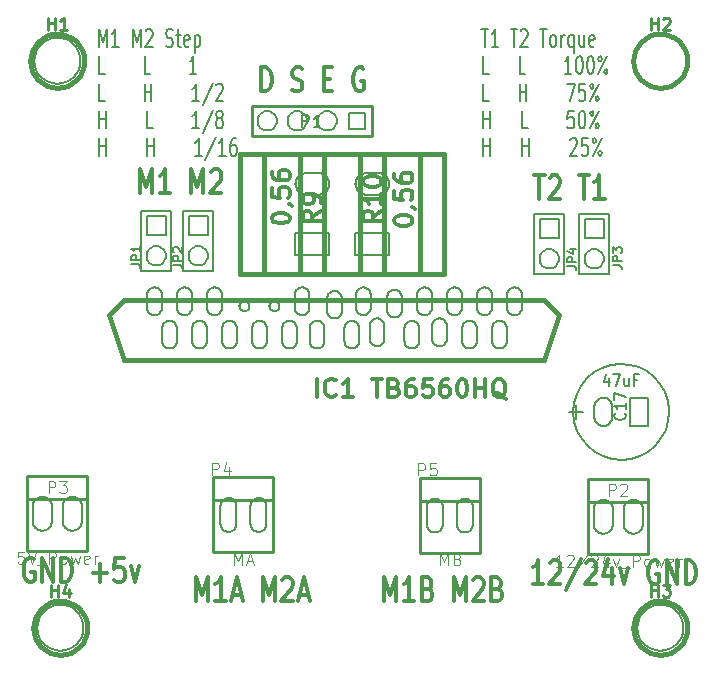
<source format=gto>
G04 (created by PCBNEW-RS274X (2011-07-08 BZR 3044)-stable) date 2012-09-13 22:12:05*
G01*
G70*
G90*
%MOIN*%
G04 Gerber Fmt 3.4, Leading zero omitted, Abs format*
%FSLAX34Y34*%
G04 APERTURE LIST*
%ADD10C,0.006000*%
%ADD11C,0.007900*%
%ADD12C,0.012000*%
%ADD13C,0.008000*%
%ADD14C,0.015000*%
%ADD15C,0.010000*%
%ADD16C,0.003500*%
G04 APERTURE END LIST*
G54D10*
G54D11*
X24738Y-18748D02*
X24963Y-18748D01*
X24850Y-19339D02*
X24850Y-18748D01*
X25300Y-19339D02*
X25075Y-19339D01*
X25188Y-19339D02*
X25188Y-18748D01*
X25150Y-18832D01*
X25113Y-18888D01*
X25075Y-18917D01*
X25713Y-18748D02*
X25938Y-18748D01*
X25825Y-19339D02*
X25825Y-18748D01*
X26050Y-18804D02*
X26069Y-18776D01*
X26106Y-18748D01*
X26200Y-18748D01*
X26238Y-18776D01*
X26256Y-18804D01*
X26275Y-18860D01*
X26275Y-18917D01*
X26256Y-19001D01*
X26031Y-19339D01*
X26275Y-19339D01*
X26688Y-18748D02*
X26913Y-18748D01*
X26800Y-19339D02*
X26800Y-18748D01*
X27100Y-19339D02*
X27063Y-19311D01*
X27044Y-19282D01*
X27025Y-19226D01*
X27025Y-19057D01*
X27044Y-19001D01*
X27063Y-18973D01*
X27100Y-18945D01*
X27156Y-18945D01*
X27194Y-18973D01*
X27213Y-19001D01*
X27231Y-19057D01*
X27231Y-19226D01*
X27213Y-19282D01*
X27194Y-19311D01*
X27156Y-19339D01*
X27100Y-19339D01*
X27400Y-19339D02*
X27400Y-18945D01*
X27400Y-19057D02*
X27419Y-19001D01*
X27437Y-18973D01*
X27475Y-18945D01*
X27512Y-18945D01*
X27813Y-18945D02*
X27813Y-19536D01*
X27813Y-19311D02*
X27775Y-19339D01*
X27700Y-19339D01*
X27663Y-19311D01*
X27644Y-19282D01*
X27625Y-19226D01*
X27625Y-19057D01*
X27644Y-19001D01*
X27663Y-18973D01*
X27700Y-18945D01*
X27775Y-18945D01*
X27813Y-18973D01*
X28169Y-18945D02*
X28169Y-19339D01*
X28000Y-18945D02*
X28000Y-19254D01*
X28019Y-19311D01*
X28056Y-19339D01*
X28112Y-19339D01*
X28150Y-19311D01*
X28169Y-19282D01*
X28506Y-19311D02*
X28468Y-19339D01*
X28393Y-19339D01*
X28356Y-19311D01*
X28337Y-19254D01*
X28337Y-19029D01*
X28356Y-18973D01*
X28393Y-18945D01*
X28468Y-18945D01*
X28506Y-18973D01*
X28525Y-19029D01*
X28525Y-19085D01*
X28337Y-19142D01*
X24981Y-20245D02*
X24794Y-20245D01*
X24794Y-19654D01*
X26200Y-20245D02*
X26013Y-20245D01*
X26013Y-19654D01*
X27738Y-20245D02*
X27513Y-20245D01*
X27626Y-20245D02*
X27626Y-19654D01*
X27588Y-19738D01*
X27551Y-19794D01*
X27513Y-19823D01*
X27982Y-19654D02*
X28019Y-19654D01*
X28057Y-19682D01*
X28076Y-19710D01*
X28094Y-19766D01*
X28113Y-19879D01*
X28113Y-20020D01*
X28094Y-20132D01*
X28076Y-20188D01*
X28057Y-20217D01*
X28019Y-20245D01*
X27982Y-20245D01*
X27944Y-20217D01*
X27926Y-20188D01*
X27907Y-20132D01*
X27888Y-20020D01*
X27888Y-19879D01*
X27907Y-19766D01*
X27926Y-19710D01*
X27944Y-19682D01*
X27982Y-19654D01*
X28357Y-19654D02*
X28394Y-19654D01*
X28432Y-19682D01*
X28451Y-19710D01*
X28469Y-19766D01*
X28488Y-19879D01*
X28488Y-20020D01*
X28469Y-20132D01*
X28451Y-20188D01*
X28432Y-20217D01*
X28394Y-20245D01*
X28357Y-20245D01*
X28319Y-20217D01*
X28301Y-20188D01*
X28282Y-20132D01*
X28263Y-20020D01*
X28263Y-19879D01*
X28282Y-19766D01*
X28301Y-19710D01*
X28319Y-19682D01*
X28357Y-19654D01*
X28638Y-20245D02*
X28938Y-19654D01*
X28694Y-19654D02*
X28732Y-19682D01*
X28751Y-19738D01*
X28732Y-19794D01*
X28694Y-19823D01*
X28657Y-19794D01*
X28638Y-19738D01*
X28657Y-19682D01*
X28694Y-19654D01*
X28919Y-20217D02*
X28938Y-20160D01*
X28919Y-20104D01*
X28882Y-20076D01*
X28844Y-20104D01*
X28826Y-20160D01*
X28844Y-20217D01*
X28882Y-20245D01*
X28919Y-20217D01*
X24981Y-21151D02*
X24794Y-21151D01*
X24794Y-20560D01*
X26013Y-21151D02*
X26013Y-20560D01*
X26013Y-20841D02*
X26238Y-20841D01*
X26238Y-21151D02*
X26238Y-20560D01*
X27588Y-20560D02*
X27851Y-20560D01*
X27682Y-21151D01*
X28188Y-20560D02*
X28001Y-20560D01*
X27982Y-20841D01*
X28001Y-20813D01*
X28038Y-20785D01*
X28132Y-20785D01*
X28170Y-20813D01*
X28188Y-20841D01*
X28207Y-20897D01*
X28207Y-21038D01*
X28188Y-21094D01*
X28170Y-21123D01*
X28132Y-21151D01*
X28038Y-21151D01*
X28001Y-21123D01*
X27982Y-21094D01*
X28357Y-21151D02*
X28657Y-20560D01*
X28413Y-20560D02*
X28451Y-20588D01*
X28470Y-20644D01*
X28451Y-20700D01*
X28413Y-20729D01*
X28376Y-20700D01*
X28357Y-20644D01*
X28376Y-20588D01*
X28413Y-20560D01*
X28638Y-21123D02*
X28657Y-21066D01*
X28638Y-21010D01*
X28601Y-20982D01*
X28563Y-21010D01*
X28545Y-21066D01*
X28563Y-21123D01*
X28601Y-21151D01*
X28638Y-21123D01*
X24794Y-22057D02*
X24794Y-21466D01*
X24794Y-21747D02*
X25019Y-21747D01*
X25019Y-22057D02*
X25019Y-21466D01*
X26294Y-22057D02*
X26107Y-22057D01*
X26107Y-21466D01*
X27813Y-21466D02*
X27626Y-21466D01*
X27607Y-21747D01*
X27626Y-21719D01*
X27663Y-21691D01*
X27757Y-21691D01*
X27795Y-21719D01*
X27813Y-21747D01*
X27832Y-21803D01*
X27832Y-21944D01*
X27813Y-22000D01*
X27795Y-22029D01*
X27757Y-22057D01*
X27663Y-22057D01*
X27626Y-22029D01*
X27607Y-22000D01*
X28076Y-21466D02*
X28113Y-21466D01*
X28151Y-21494D01*
X28170Y-21522D01*
X28188Y-21578D01*
X28207Y-21691D01*
X28207Y-21832D01*
X28188Y-21944D01*
X28170Y-22000D01*
X28151Y-22029D01*
X28113Y-22057D01*
X28076Y-22057D01*
X28038Y-22029D01*
X28020Y-22000D01*
X28001Y-21944D01*
X27982Y-21832D01*
X27982Y-21691D01*
X28001Y-21578D01*
X28020Y-21522D01*
X28038Y-21494D01*
X28076Y-21466D01*
X28357Y-22057D02*
X28657Y-21466D01*
X28413Y-21466D02*
X28451Y-21494D01*
X28470Y-21550D01*
X28451Y-21606D01*
X28413Y-21635D01*
X28376Y-21606D01*
X28357Y-21550D01*
X28376Y-21494D01*
X28413Y-21466D01*
X28638Y-22029D02*
X28657Y-21972D01*
X28638Y-21916D01*
X28601Y-21888D01*
X28563Y-21916D01*
X28545Y-21972D01*
X28563Y-22029D01*
X28601Y-22057D01*
X28638Y-22029D01*
X24794Y-22963D02*
X24794Y-22372D01*
X24794Y-22653D02*
X25019Y-22653D01*
X25019Y-22963D02*
X25019Y-22372D01*
X26107Y-22963D02*
X26107Y-22372D01*
X26107Y-22653D02*
X26332Y-22653D01*
X26332Y-22963D02*
X26332Y-22372D01*
X27701Y-22428D02*
X27720Y-22400D01*
X27757Y-22372D01*
X27851Y-22372D01*
X27889Y-22400D01*
X27907Y-22428D01*
X27926Y-22484D01*
X27926Y-22541D01*
X27907Y-22625D01*
X27682Y-22963D01*
X27926Y-22963D01*
X28282Y-22372D02*
X28095Y-22372D01*
X28076Y-22653D01*
X28095Y-22625D01*
X28132Y-22597D01*
X28226Y-22597D01*
X28264Y-22625D01*
X28282Y-22653D01*
X28301Y-22709D01*
X28301Y-22850D01*
X28282Y-22906D01*
X28264Y-22935D01*
X28226Y-22963D01*
X28132Y-22963D01*
X28095Y-22935D01*
X28076Y-22906D01*
X28451Y-22963D02*
X28751Y-22372D01*
X28507Y-22372D02*
X28545Y-22400D01*
X28564Y-22456D01*
X28545Y-22512D01*
X28507Y-22541D01*
X28470Y-22512D01*
X28451Y-22456D01*
X28470Y-22400D01*
X28507Y-22372D01*
X28732Y-22935D02*
X28751Y-22878D01*
X28732Y-22822D01*
X28695Y-22794D01*
X28657Y-22822D01*
X28639Y-22878D01*
X28657Y-22935D01*
X28695Y-22963D01*
X28732Y-22935D01*
X11994Y-19339D02*
X11994Y-18748D01*
X12125Y-19170D01*
X12256Y-18748D01*
X12256Y-19339D01*
X12650Y-19339D02*
X12425Y-19339D01*
X12538Y-19339D02*
X12538Y-18748D01*
X12500Y-18832D01*
X12463Y-18888D01*
X12425Y-18917D01*
X13119Y-19339D02*
X13119Y-18748D01*
X13250Y-19170D01*
X13381Y-18748D01*
X13381Y-19339D01*
X13550Y-18804D02*
X13569Y-18776D01*
X13606Y-18748D01*
X13700Y-18748D01*
X13738Y-18776D01*
X13756Y-18804D01*
X13775Y-18860D01*
X13775Y-18917D01*
X13756Y-19001D01*
X13531Y-19339D01*
X13775Y-19339D01*
X14225Y-19311D02*
X14281Y-19339D01*
X14375Y-19339D01*
X14413Y-19311D01*
X14431Y-19282D01*
X14450Y-19226D01*
X14450Y-19170D01*
X14431Y-19114D01*
X14413Y-19085D01*
X14375Y-19057D01*
X14300Y-19029D01*
X14263Y-19001D01*
X14244Y-18973D01*
X14225Y-18917D01*
X14225Y-18860D01*
X14244Y-18804D01*
X14263Y-18776D01*
X14300Y-18748D01*
X14394Y-18748D01*
X14450Y-18776D01*
X14563Y-18945D02*
X14713Y-18945D01*
X14619Y-18748D02*
X14619Y-19254D01*
X14638Y-19311D01*
X14675Y-19339D01*
X14713Y-19339D01*
X14994Y-19311D02*
X14956Y-19339D01*
X14881Y-19339D01*
X14844Y-19311D01*
X14825Y-19254D01*
X14825Y-19029D01*
X14844Y-18973D01*
X14881Y-18945D01*
X14956Y-18945D01*
X14994Y-18973D01*
X15013Y-19029D01*
X15013Y-19085D01*
X14825Y-19142D01*
X15182Y-18945D02*
X15182Y-19536D01*
X15182Y-18973D02*
X15219Y-18945D01*
X15294Y-18945D01*
X15332Y-18973D01*
X15351Y-19001D01*
X15369Y-19057D01*
X15369Y-19226D01*
X15351Y-19282D01*
X15332Y-19311D01*
X15294Y-19339D01*
X15219Y-19339D01*
X15182Y-19311D01*
X12181Y-20245D02*
X11994Y-20245D01*
X11994Y-19654D01*
X13700Y-20245D02*
X13513Y-20245D01*
X13513Y-19654D01*
X15238Y-20245D02*
X15013Y-20245D01*
X15126Y-20245D02*
X15126Y-19654D01*
X15088Y-19738D01*
X15051Y-19794D01*
X15013Y-19823D01*
X12181Y-21151D02*
X11994Y-21151D01*
X11994Y-20560D01*
X13513Y-21151D02*
X13513Y-20560D01*
X13513Y-20841D02*
X13738Y-20841D01*
X13738Y-21151D02*
X13738Y-20560D01*
X15332Y-21151D02*
X15107Y-21151D01*
X15220Y-21151D02*
X15220Y-20560D01*
X15182Y-20644D01*
X15145Y-20700D01*
X15107Y-20729D01*
X15782Y-20532D02*
X15445Y-21291D01*
X15895Y-20616D02*
X15914Y-20588D01*
X15951Y-20560D01*
X16045Y-20560D01*
X16083Y-20588D01*
X16101Y-20616D01*
X16120Y-20672D01*
X16120Y-20729D01*
X16101Y-20813D01*
X15876Y-21151D01*
X16120Y-21151D01*
X11994Y-22057D02*
X11994Y-21466D01*
X11994Y-21747D02*
X12219Y-21747D01*
X12219Y-22057D02*
X12219Y-21466D01*
X13794Y-22057D02*
X13607Y-22057D01*
X13607Y-21466D01*
X15332Y-22057D02*
X15107Y-22057D01*
X15220Y-22057D02*
X15220Y-21466D01*
X15182Y-21550D01*
X15145Y-21606D01*
X15107Y-21635D01*
X15782Y-21438D02*
X15445Y-22197D01*
X15970Y-21719D02*
X15933Y-21691D01*
X15914Y-21663D01*
X15895Y-21606D01*
X15895Y-21578D01*
X15914Y-21522D01*
X15933Y-21494D01*
X15970Y-21466D01*
X16045Y-21466D01*
X16083Y-21494D01*
X16101Y-21522D01*
X16120Y-21578D01*
X16120Y-21606D01*
X16101Y-21663D01*
X16083Y-21691D01*
X16045Y-21719D01*
X15970Y-21719D01*
X15933Y-21747D01*
X15914Y-21775D01*
X15895Y-21832D01*
X15895Y-21944D01*
X15914Y-22000D01*
X15933Y-22029D01*
X15970Y-22057D01*
X16045Y-22057D01*
X16083Y-22029D01*
X16101Y-22000D01*
X16120Y-21944D01*
X16120Y-21832D01*
X16101Y-21775D01*
X16083Y-21747D01*
X16045Y-21719D01*
X11994Y-22963D02*
X11994Y-22372D01*
X11994Y-22653D02*
X12219Y-22653D01*
X12219Y-22963D02*
X12219Y-22372D01*
X13607Y-22963D02*
X13607Y-22372D01*
X13607Y-22653D02*
X13832Y-22653D01*
X13832Y-22963D02*
X13832Y-22372D01*
X15426Y-22963D02*
X15201Y-22963D01*
X15314Y-22963D02*
X15314Y-22372D01*
X15276Y-22456D01*
X15239Y-22512D01*
X15201Y-22541D01*
X15876Y-22344D02*
X15539Y-23103D01*
X16214Y-22963D02*
X15989Y-22963D01*
X16102Y-22963D02*
X16102Y-22372D01*
X16064Y-22456D01*
X16027Y-22512D01*
X15989Y-22541D01*
X16552Y-22372D02*
X16477Y-22372D01*
X16439Y-22400D01*
X16420Y-22428D01*
X16383Y-22512D01*
X16364Y-22625D01*
X16364Y-22850D01*
X16383Y-22906D01*
X16402Y-22935D01*
X16439Y-22963D01*
X16514Y-22963D01*
X16552Y-22935D01*
X16570Y-22906D01*
X16589Y-22850D01*
X16589Y-22709D01*
X16570Y-22653D01*
X16552Y-22625D01*
X16514Y-22597D01*
X16439Y-22597D01*
X16402Y-22625D01*
X16383Y-22653D01*
X16364Y-22709D01*
G54D12*
X26501Y-23624D02*
X26844Y-23624D01*
X26673Y-24424D02*
X26673Y-23624D01*
X27015Y-23700D02*
X27044Y-23662D01*
X27101Y-23624D01*
X27244Y-23624D01*
X27301Y-23662D01*
X27330Y-23700D01*
X27358Y-23776D01*
X27358Y-23852D01*
X27330Y-23967D01*
X26987Y-24424D01*
X27358Y-24424D01*
X27986Y-23624D02*
X28329Y-23624D01*
X28158Y-24424D02*
X28158Y-23624D01*
X28843Y-24424D02*
X28500Y-24424D01*
X28672Y-24424D02*
X28672Y-23624D01*
X28615Y-23738D01*
X28557Y-23814D01*
X28500Y-23852D01*
X13358Y-24224D02*
X13358Y-23424D01*
X13558Y-23995D01*
X13758Y-23424D01*
X13758Y-24224D01*
X14358Y-24224D02*
X14015Y-24224D01*
X14187Y-24224D02*
X14187Y-23424D01*
X14130Y-23538D01*
X14072Y-23614D01*
X14015Y-23652D01*
X15072Y-24224D02*
X15072Y-23424D01*
X15272Y-23995D01*
X15472Y-23424D01*
X15472Y-24224D01*
X15729Y-23500D02*
X15758Y-23462D01*
X15815Y-23424D01*
X15958Y-23424D01*
X16015Y-23462D01*
X16044Y-23500D01*
X16072Y-23576D01*
X16072Y-23652D01*
X16044Y-23767D01*
X15701Y-24224D01*
X16072Y-24224D01*
X17401Y-20824D02*
X17401Y-20024D01*
X17544Y-20024D01*
X17629Y-20062D01*
X17687Y-20138D01*
X17715Y-20214D01*
X17744Y-20367D01*
X17744Y-20481D01*
X17715Y-20633D01*
X17687Y-20710D01*
X17629Y-20786D01*
X17544Y-20824D01*
X17401Y-20824D01*
X18429Y-20786D02*
X18515Y-20824D01*
X18658Y-20824D01*
X18715Y-20786D01*
X18744Y-20748D01*
X18772Y-20671D01*
X18772Y-20595D01*
X18744Y-20519D01*
X18715Y-20481D01*
X18658Y-20443D01*
X18544Y-20405D01*
X18486Y-20367D01*
X18458Y-20329D01*
X18429Y-20252D01*
X18429Y-20176D01*
X18458Y-20100D01*
X18486Y-20062D01*
X18544Y-20024D01*
X18686Y-20024D01*
X18772Y-20062D01*
X19486Y-20405D02*
X19686Y-20405D01*
X19772Y-20824D02*
X19486Y-20824D01*
X19486Y-20024D01*
X19772Y-20024D01*
X20800Y-20062D02*
X20743Y-20024D01*
X20657Y-20024D01*
X20572Y-20062D01*
X20514Y-20138D01*
X20486Y-20214D01*
X20457Y-20367D01*
X20457Y-20481D01*
X20486Y-20633D01*
X20514Y-20710D01*
X20572Y-20786D01*
X20657Y-20824D01*
X20714Y-20824D01*
X20800Y-20786D01*
X20829Y-20748D01*
X20829Y-20481D01*
X20714Y-20481D01*
X09821Y-36410D02*
X09764Y-36372D01*
X09678Y-36372D01*
X09593Y-36410D01*
X09535Y-36486D01*
X09507Y-36562D01*
X09478Y-36715D01*
X09478Y-36829D01*
X09507Y-36981D01*
X09535Y-37058D01*
X09593Y-37134D01*
X09678Y-37172D01*
X09735Y-37172D01*
X09821Y-37134D01*
X09850Y-37096D01*
X09850Y-36829D01*
X09735Y-36829D01*
X10107Y-37172D02*
X10107Y-36372D01*
X10450Y-37172D01*
X10450Y-36372D01*
X10736Y-37172D02*
X10736Y-36372D01*
X10879Y-36372D01*
X10964Y-36410D01*
X11022Y-36486D01*
X11050Y-36562D01*
X11079Y-36715D01*
X11079Y-36829D01*
X11050Y-36981D01*
X11022Y-37058D01*
X10964Y-37134D01*
X10879Y-37172D01*
X10736Y-37172D01*
X11793Y-36867D02*
X12250Y-36867D01*
X12021Y-37172D02*
X12021Y-36562D01*
X12822Y-36372D02*
X12536Y-36372D01*
X12507Y-36753D01*
X12536Y-36715D01*
X12593Y-36677D01*
X12736Y-36677D01*
X12793Y-36715D01*
X12822Y-36753D01*
X12850Y-36829D01*
X12850Y-37019D01*
X12822Y-37096D01*
X12793Y-37134D01*
X12736Y-37172D01*
X12593Y-37172D01*
X12536Y-37134D01*
X12507Y-37096D01*
X13050Y-36638D02*
X13193Y-37172D01*
X13335Y-36638D01*
X26803Y-37258D02*
X26460Y-37258D01*
X26632Y-37258D02*
X26632Y-36458D01*
X26575Y-36572D01*
X26517Y-36648D01*
X26460Y-36686D01*
X27031Y-36534D02*
X27060Y-36496D01*
X27117Y-36458D01*
X27260Y-36458D01*
X27317Y-36496D01*
X27346Y-36534D01*
X27374Y-36610D01*
X27374Y-36686D01*
X27346Y-36801D01*
X27003Y-37258D01*
X27374Y-37258D01*
X28059Y-36420D02*
X27545Y-37448D01*
X28231Y-36534D02*
X28260Y-36496D01*
X28317Y-36458D01*
X28460Y-36458D01*
X28517Y-36496D01*
X28546Y-36534D01*
X28574Y-36610D01*
X28574Y-36686D01*
X28546Y-36801D01*
X28203Y-37258D01*
X28574Y-37258D01*
X29088Y-36724D02*
X29088Y-37258D01*
X28945Y-36420D02*
X28802Y-36991D01*
X29174Y-36991D01*
X29345Y-36724D02*
X29488Y-37258D01*
X29630Y-36724D01*
X30630Y-36496D02*
X30573Y-36458D01*
X30487Y-36458D01*
X30402Y-36496D01*
X30344Y-36572D01*
X30316Y-36648D01*
X30287Y-36801D01*
X30287Y-36915D01*
X30316Y-37067D01*
X30344Y-37144D01*
X30402Y-37220D01*
X30487Y-37258D01*
X30544Y-37258D01*
X30630Y-37220D01*
X30659Y-37182D01*
X30659Y-36915D01*
X30544Y-36915D01*
X30916Y-37258D02*
X30916Y-36458D01*
X31259Y-37258D01*
X31259Y-36458D01*
X31545Y-37258D02*
X31545Y-36458D01*
X31688Y-36458D01*
X31773Y-36496D01*
X31831Y-36572D01*
X31859Y-36648D01*
X31888Y-36801D01*
X31888Y-36915D01*
X31859Y-37067D01*
X31831Y-37144D01*
X31773Y-37220D01*
X31688Y-37258D01*
X31545Y-37258D01*
X15216Y-37824D02*
X15216Y-37024D01*
X15416Y-37595D01*
X15616Y-37024D01*
X15616Y-37824D01*
X16216Y-37824D02*
X15873Y-37824D01*
X16045Y-37824D02*
X16045Y-37024D01*
X15988Y-37138D01*
X15930Y-37214D01*
X15873Y-37252D01*
X16444Y-37595D02*
X16730Y-37595D01*
X16387Y-37824D02*
X16587Y-37024D01*
X16787Y-37824D01*
X17444Y-37824D02*
X17444Y-37024D01*
X17644Y-37595D01*
X17844Y-37024D01*
X17844Y-37824D01*
X18101Y-37100D02*
X18130Y-37062D01*
X18187Y-37024D01*
X18330Y-37024D01*
X18387Y-37062D01*
X18416Y-37100D01*
X18444Y-37176D01*
X18444Y-37252D01*
X18416Y-37367D01*
X18073Y-37824D01*
X18444Y-37824D01*
X18672Y-37595D02*
X18958Y-37595D01*
X18615Y-37824D02*
X18815Y-37024D01*
X19015Y-37824D01*
X21500Y-37824D02*
X21500Y-37024D01*
X21700Y-37595D01*
X21900Y-37024D01*
X21900Y-37824D01*
X22500Y-37824D02*
X22157Y-37824D01*
X22329Y-37824D02*
X22329Y-37024D01*
X22272Y-37138D01*
X22214Y-37214D01*
X22157Y-37252D01*
X22957Y-37405D02*
X23043Y-37443D01*
X23071Y-37481D01*
X23100Y-37557D01*
X23100Y-37671D01*
X23071Y-37748D01*
X23043Y-37786D01*
X22985Y-37824D01*
X22757Y-37824D01*
X22757Y-37024D01*
X22957Y-37024D01*
X23014Y-37062D01*
X23043Y-37100D01*
X23071Y-37176D01*
X23071Y-37252D01*
X23043Y-37329D01*
X23014Y-37367D01*
X22957Y-37405D01*
X22757Y-37405D01*
X23814Y-37824D02*
X23814Y-37024D01*
X24014Y-37595D01*
X24214Y-37024D01*
X24214Y-37824D01*
X24471Y-37100D02*
X24500Y-37062D01*
X24557Y-37024D01*
X24700Y-37024D01*
X24757Y-37062D01*
X24786Y-37100D01*
X24814Y-37176D01*
X24814Y-37252D01*
X24786Y-37367D01*
X24443Y-37824D01*
X24814Y-37824D01*
X25271Y-37405D02*
X25357Y-37443D01*
X25385Y-37481D01*
X25414Y-37557D01*
X25414Y-37671D01*
X25385Y-37748D01*
X25357Y-37786D01*
X25299Y-37824D01*
X25071Y-37824D01*
X25071Y-37024D01*
X25271Y-37024D01*
X25328Y-37062D01*
X25357Y-37100D01*
X25385Y-37176D01*
X25385Y-37252D01*
X25357Y-37329D01*
X25328Y-37367D01*
X25271Y-37405D01*
X25071Y-37405D01*
G54D13*
X31000Y-31500D02*
X30969Y-31810D01*
X30879Y-32109D01*
X30732Y-32385D01*
X30535Y-32627D01*
X30294Y-32826D01*
X30020Y-32974D01*
X29721Y-33067D01*
X29411Y-33099D01*
X29101Y-33071D01*
X28801Y-32983D01*
X28524Y-32838D01*
X28281Y-32643D01*
X28080Y-32403D01*
X27930Y-32130D01*
X27835Y-31832D01*
X27801Y-31522D01*
X27827Y-31212D01*
X27913Y-30912D01*
X28056Y-30634D01*
X28250Y-30389D01*
X28487Y-30187D01*
X28760Y-30034D01*
X29057Y-29938D01*
X29367Y-29901D01*
X29677Y-29925D01*
X29978Y-30009D01*
X30257Y-30150D01*
X30503Y-30342D01*
X30707Y-30578D01*
X30861Y-30850D01*
X30960Y-31146D01*
X30999Y-31456D01*
X31000Y-31500D01*
G54D14*
X11500Y-19800D02*
X11482Y-19974D01*
X11432Y-20142D01*
X11349Y-20298D01*
X11238Y-20434D01*
X11103Y-20546D01*
X10948Y-20629D01*
X10780Y-20681D01*
X10606Y-20699D01*
X10432Y-20684D01*
X10263Y-20634D01*
X10108Y-20553D01*
X09971Y-20443D01*
X09858Y-20308D01*
X09773Y-20154D01*
X09720Y-19987D01*
X09701Y-19812D01*
X09715Y-19638D01*
X09764Y-19469D01*
X09844Y-19313D01*
X09953Y-19175D01*
X10087Y-19061D01*
X10240Y-18976D01*
X10407Y-18921D01*
X10582Y-18901D01*
X10756Y-18914D01*
X10925Y-18961D01*
X11082Y-19041D01*
X11220Y-19149D01*
X11335Y-19282D01*
X11422Y-19434D01*
X11477Y-19601D01*
X11499Y-19775D01*
X11500Y-19800D01*
X31600Y-19800D02*
X31582Y-19974D01*
X31532Y-20142D01*
X31449Y-20298D01*
X31338Y-20434D01*
X31203Y-20546D01*
X31048Y-20629D01*
X30880Y-20681D01*
X30706Y-20699D01*
X30532Y-20684D01*
X30363Y-20634D01*
X30208Y-20553D01*
X30071Y-20443D01*
X29958Y-20308D01*
X29873Y-20154D01*
X29820Y-19987D01*
X29801Y-19812D01*
X29815Y-19638D01*
X29864Y-19469D01*
X29944Y-19313D01*
X30053Y-19175D01*
X30187Y-19061D01*
X30340Y-18976D01*
X30507Y-18921D01*
X30682Y-18901D01*
X30856Y-18914D01*
X31025Y-18961D01*
X31182Y-19041D01*
X31320Y-19149D01*
X31435Y-19282D01*
X31522Y-19434D01*
X31577Y-19601D01*
X31599Y-19775D01*
X31600Y-19800D01*
X31600Y-38700D02*
X31582Y-38874D01*
X31532Y-39042D01*
X31449Y-39198D01*
X31338Y-39334D01*
X31203Y-39446D01*
X31048Y-39529D01*
X30880Y-39581D01*
X30706Y-39599D01*
X30532Y-39584D01*
X30363Y-39534D01*
X30208Y-39453D01*
X30071Y-39343D01*
X29958Y-39208D01*
X29873Y-39054D01*
X29820Y-38887D01*
X29801Y-38712D01*
X29815Y-38538D01*
X29864Y-38369D01*
X29944Y-38213D01*
X30053Y-38075D01*
X30187Y-37961D01*
X30340Y-37876D01*
X30507Y-37821D01*
X30682Y-37801D01*
X30856Y-37814D01*
X31025Y-37861D01*
X31182Y-37941D01*
X31320Y-38049D01*
X31435Y-38182D01*
X31522Y-38334D01*
X31577Y-38501D01*
X31599Y-38675D01*
X31600Y-38700D01*
X11600Y-38700D02*
X11582Y-38874D01*
X11532Y-39042D01*
X11449Y-39198D01*
X11338Y-39334D01*
X11203Y-39446D01*
X11048Y-39529D01*
X10880Y-39581D01*
X10706Y-39599D01*
X10532Y-39584D01*
X10363Y-39534D01*
X10208Y-39453D01*
X10071Y-39343D01*
X09958Y-39208D01*
X09873Y-39054D01*
X09820Y-38887D01*
X09801Y-38712D01*
X09815Y-38538D01*
X09864Y-38369D01*
X09944Y-38213D01*
X10053Y-38075D01*
X10187Y-37961D01*
X10340Y-37876D01*
X10507Y-37821D01*
X10682Y-37801D01*
X10856Y-37814D01*
X11025Y-37861D01*
X11182Y-37941D01*
X11320Y-38049D01*
X11435Y-38182D01*
X11522Y-38334D01*
X11577Y-38501D01*
X11599Y-38675D01*
X11600Y-38700D01*
X12340Y-28270D02*
X12840Y-27770D01*
X12840Y-27770D02*
X26840Y-27770D01*
X26840Y-27770D02*
X27340Y-28270D01*
X27340Y-28270D02*
X26840Y-29770D01*
X26840Y-29770D02*
X12840Y-29770D01*
X12840Y-29770D02*
X12340Y-28270D01*
X20700Y-22900D02*
X21500Y-22900D01*
X21500Y-22900D02*
X21500Y-26900D01*
X21500Y-26900D02*
X20700Y-26900D01*
X17500Y-26900D02*
X16700Y-26900D01*
X16700Y-26900D02*
X16700Y-22900D01*
X16700Y-22900D02*
X17500Y-22900D01*
X17500Y-26900D02*
X17500Y-22900D01*
X17500Y-22900D02*
X20700Y-22900D01*
X20700Y-22900D02*
X20700Y-26900D01*
X20700Y-26900D02*
X17500Y-26900D01*
X22700Y-22900D02*
X23500Y-22900D01*
X23500Y-22900D02*
X23500Y-26900D01*
X23500Y-26900D02*
X22700Y-26900D01*
X19500Y-26900D02*
X18700Y-26900D01*
X18700Y-26900D02*
X18700Y-22900D01*
X18700Y-22900D02*
X19500Y-22900D01*
X19500Y-26900D02*
X19500Y-22900D01*
X19500Y-22900D02*
X22700Y-22900D01*
X22700Y-22900D02*
X22700Y-26900D01*
X22700Y-26900D02*
X19500Y-26900D01*
G54D15*
X17100Y-21300D02*
X21100Y-21300D01*
X17100Y-22300D02*
X21100Y-22300D01*
X21100Y-22300D02*
X21100Y-21300D01*
X17100Y-21300D02*
X17100Y-22300D01*
G54D10*
X13400Y-24800D02*
X14400Y-24800D01*
X14400Y-24800D02*
X14400Y-26800D01*
X14400Y-26800D02*
X13400Y-26800D01*
X13400Y-26800D02*
X13400Y-24800D01*
X14800Y-24800D02*
X15800Y-24800D01*
X15800Y-24800D02*
X15800Y-26800D01*
X15800Y-26800D02*
X14800Y-26800D01*
X14800Y-26800D02*
X14800Y-24800D01*
X28000Y-24900D02*
X29000Y-24900D01*
X29000Y-24900D02*
X29000Y-26900D01*
X29000Y-26900D02*
X28000Y-26900D01*
X28000Y-26900D02*
X28000Y-24900D01*
X26500Y-24900D02*
X27500Y-24900D01*
X27500Y-24900D02*
X27500Y-26900D01*
X27500Y-26900D02*
X26500Y-26900D01*
X26500Y-26900D02*
X26500Y-24900D01*
G54D15*
X30300Y-34500D02*
X28300Y-34500D01*
X30300Y-36250D02*
X28300Y-36250D01*
X28300Y-33750D02*
X30300Y-33750D01*
X28300Y-33750D02*
X28300Y-36250D01*
X30300Y-33750D02*
X30300Y-36250D01*
X11600Y-34400D02*
X09600Y-34400D01*
X11600Y-36150D02*
X09600Y-36150D01*
X09600Y-33650D02*
X11600Y-33650D01*
X09600Y-33650D02*
X09600Y-36150D01*
X11600Y-33650D02*
X11600Y-36150D01*
X17807Y-34435D02*
X15807Y-34435D01*
X17807Y-36185D02*
X15807Y-36185D01*
X15807Y-33685D02*
X17807Y-33685D01*
X15807Y-33685D02*
X15807Y-36185D01*
X17807Y-33685D02*
X17807Y-36185D01*
X24686Y-34459D02*
X22686Y-34459D01*
X24686Y-36209D02*
X22686Y-36209D01*
X22686Y-33709D02*
X24686Y-33709D01*
X22686Y-33709D02*
X22686Y-36209D01*
X24686Y-33709D02*
X24686Y-36209D01*
G54D10*
X29705Y-31030D02*
X29705Y-31970D01*
X30295Y-31970D01*
X30295Y-31030D01*
X29705Y-31030D01*
X29095Y-31675D02*
X29095Y-31325D01*
X28505Y-31675D02*
X28505Y-31325D01*
X29095Y-31325D02*
X29093Y-31300D01*
X29090Y-31274D01*
X29084Y-31249D01*
X29077Y-31225D01*
X29067Y-31201D01*
X29055Y-31178D01*
X29041Y-31156D01*
X29025Y-31136D01*
X29008Y-31117D01*
X28989Y-31100D01*
X28969Y-31084D01*
X28947Y-31070D01*
X28924Y-31058D01*
X28900Y-31048D01*
X28876Y-31041D01*
X28851Y-31035D01*
X28825Y-31032D01*
X28800Y-31030D01*
X28775Y-31032D01*
X28749Y-31035D01*
X28724Y-31041D01*
X28700Y-31048D01*
X28676Y-31058D01*
X28653Y-31070D01*
X28631Y-31084D01*
X28611Y-31100D01*
X28592Y-31117D01*
X28575Y-31136D01*
X28559Y-31156D01*
X28545Y-31178D01*
X28533Y-31201D01*
X28523Y-31225D01*
X28516Y-31249D01*
X28510Y-31274D01*
X28507Y-31300D01*
X28505Y-31325D01*
X28505Y-31675D02*
X28507Y-31700D01*
X28510Y-31726D01*
X28516Y-31751D01*
X28523Y-31775D01*
X28533Y-31799D01*
X28545Y-31822D01*
X28559Y-31844D01*
X28575Y-31864D01*
X28592Y-31883D01*
X28611Y-31900D01*
X28631Y-31916D01*
X28653Y-31930D01*
X28676Y-31942D01*
X28700Y-31952D01*
X28724Y-31959D01*
X28749Y-31965D01*
X28775Y-31968D01*
X28800Y-31970D01*
X28825Y-31968D01*
X28851Y-31965D01*
X28876Y-31959D01*
X28900Y-31952D01*
X28924Y-31942D01*
X28947Y-31930D01*
X28969Y-31916D01*
X28989Y-31900D01*
X29008Y-31883D01*
X29025Y-31864D01*
X29041Y-31844D01*
X29055Y-31822D01*
X29067Y-31799D01*
X29077Y-31775D01*
X29084Y-31751D01*
X29090Y-31726D01*
X29093Y-31700D01*
X29095Y-31675D01*
X11370Y-19800D02*
X11355Y-19949D01*
X11311Y-20093D01*
X11241Y-20226D01*
X11146Y-20342D01*
X11030Y-20438D01*
X10898Y-20509D01*
X10754Y-20554D01*
X10605Y-20569D01*
X10456Y-20556D01*
X10312Y-20513D01*
X10179Y-20444D01*
X10062Y-20350D01*
X09965Y-20235D01*
X09893Y-20103D01*
X09847Y-19960D01*
X09831Y-19810D01*
X09843Y-19662D01*
X09885Y-19517D01*
X09953Y-19383D01*
X10047Y-19266D01*
X10161Y-19168D01*
X10292Y-19095D01*
X10435Y-19048D01*
X10584Y-19031D01*
X10733Y-19042D01*
X10878Y-19083D01*
X11012Y-19150D01*
X11131Y-19243D01*
X11229Y-19357D01*
X11303Y-19487D01*
X11350Y-19630D01*
X11369Y-19779D01*
X11370Y-19800D01*
X31470Y-38700D02*
X31455Y-38849D01*
X31411Y-38993D01*
X31341Y-39126D01*
X31246Y-39242D01*
X31130Y-39338D01*
X30998Y-39409D01*
X30854Y-39454D01*
X30705Y-39469D01*
X30556Y-39456D01*
X30412Y-39413D01*
X30279Y-39344D01*
X30162Y-39250D01*
X30065Y-39135D01*
X29993Y-39003D01*
X29947Y-38860D01*
X29931Y-38710D01*
X29943Y-38562D01*
X29985Y-38417D01*
X30053Y-38283D01*
X30147Y-38166D01*
X30261Y-38068D01*
X30392Y-37995D01*
X30535Y-37948D01*
X30684Y-37931D01*
X30833Y-37942D01*
X30978Y-37983D01*
X31112Y-38050D01*
X31231Y-38143D01*
X31329Y-38257D01*
X31403Y-38387D01*
X31450Y-38530D01*
X31469Y-38679D01*
X31470Y-38700D01*
X11470Y-38700D02*
X11455Y-38849D01*
X11411Y-38993D01*
X11341Y-39126D01*
X11246Y-39242D01*
X11130Y-39338D01*
X10998Y-39409D01*
X10854Y-39454D01*
X10705Y-39469D01*
X10556Y-39456D01*
X10412Y-39413D01*
X10279Y-39344D01*
X10162Y-39250D01*
X10065Y-39135D01*
X09993Y-39003D01*
X09947Y-38860D01*
X09931Y-38710D01*
X09943Y-38562D01*
X09985Y-38417D01*
X10053Y-38283D01*
X10147Y-38166D01*
X10261Y-38068D01*
X10392Y-37995D01*
X10535Y-37948D01*
X10684Y-37931D01*
X10833Y-37942D01*
X10978Y-37983D01*
X11112Y-38050D01*
X11231Y-38143D01*
X11329Y-38257D01*
X11403Y-38387D01*
X11450Y-38530D01*
X11469Y-38679D01*
X11470Y-38700D01*
X13595Y-27597D02*
X13595Y-28029D01*
X14085Y-27597D02*
X14085Y-28029D01*
X13595Y-28029D02*
X13596Y-28050D01*
X13599Y-28071D01*
X13604Y-28092D01*
X13610Y-28112D01*
X13618Y-28132D01*
X13628Y-28151D01*
X13640Y-28169D01*
X13653Y-28186D01*
X13667Y-28202D01*
X13683Y-28216D01*
X13700Y-28229D01*
X13718Y-28241D01*
X13737Y-28251D01*
X13757Y-28259D01*
X13777Y-28265D01*
X13798Y-28270D01*
X13819Y-28273D01*
X13840Y-28274D01*
X13861Y-28273D01*
X13882Y-28270D01*
X13903Y-28265D01*
X13923Y-28259D01*
X13943Y-28251D01*
X13962Y-28241D01*
X13980Y-28229D01*
X13997Y-28216D01*
X14013Y-28202D01*
X14027Y-28186D01*
X14040Y-28169D01*
X14052Y-28151D01*
X14062Y-28132D01*
X14070Y-28112D01*
X14076Y-28092D01*
X14081Y-28071D01*
X14084Y-28050D01*
X14085Y-28029D01*
X14085Y-27597D02*
X14084Y-27576D01*
X14081Y-27555D01*
X14076Y-27534D01*
X14070Y-27514D01*
X14062Y-27494D01*
X14052Y-27475D01*
X14040Y-27457D01*
X14027Y-27440D01*
X14013Y-27424D01*
X13997Y-27410D01*
X13980Y-27397D01*
X13962Y-27385D01*
X13943Y-27375D01*
X13923Y-27367D01*
X13903Y-27361D01*
X13882Y-27356D01*
X13861Y-27353D01*
X13840Y-27352D01*
X13819Y-27353D01*
X13798Y-27356D01*
X13777Y-27361D01*
X13757Y-27367D01*
X13737Y-27375D01*
X13718Y-27385D01*
X13700Y-27397D01*
X13683Y-27410D01*
X13667Y-27424D01*
X13653Y-27440D01*
X13640Y-27457D01*
X13628Y-27475D01*
X13618Y-27494D01*
X13610Y-27514D01*
X13604Y-27534D01*
X13599Y-27555D01*
X13596Y-27576D01*
X13595Y-27597D01*
X14095Y-28711D02*
X14095Y-29143D01*
X14585Y-28711D02*
X14585Y-29143D01*
X14095Y-29143D02*
X14096Y-29164D01*
X14099Y-29185D01*
X14104Y-29206D01*
X14110Y-29226D01*
X14118Y-29246D01*
X14128Y-29265D01*
X14140Y-29283D01*
X14153Y-29300D01*
X14167Y-29316D01*
X14183Y-29330D01*
X14200Y-29343D01*
X14218Y-29355D01*
X14237Y-29365D01*
X14257Y-29373D01*
X14277Y-29379D01*
X14298Y-29384D01*
X14319Y-29387D01*
X14340Y-29388D01*
X14361Y-29387D01*
X14382Y-29384D01*
X14403Y-29379D01*
X14423Y-29373D01*
X14443Y-29365D01*
X14462Y-29355D01*
X14480Y-29343D01*
X14497Y-29330D01*
X14513Y-29316D01*
X14527Y-29300D01*
X14540Y-29283D01*
X14552Y-29265D01*
X14562Y-29246D01*
X14570Y-29226D01*
X14576Y-29206D01*
X14581Y-29185D01*
X14584Y-29164D01*
X14585Y-29143D01*
X14585Y-28711D02*
X14584Y-28690D01*
X14581Y-28669D01*
X14576Y-28648D01*
X14570Y-28628D01*
X14562Y-28608D01*
X14552Y-28589D01*
X14540Y-28571D01*
X14527Y-28554D01*
X14513Y-28538D01*
X14497Y-28524D01*
X14480Y-28511D01*
X14462Y-28499D01*
X14443Y-28489D01*
X14423Y-28481D01*
X14403Y-28475D01*
X14382Y-28470D01*
X14361Y-28467D01*
X14340Y-28466D01*
X14319Y-28467D01*
X14298Y-28470D01*
X14277Y-28475D01*
X14257Y-28481D01*
X14237Y-28489D01*
X14218Y-28499D01*
X14200Y-28511D01*
X14183Y-28524D01*
X14167Y-28538D01*
X14153Y-28554D01*
X14140Y-28571D01*
X14128Y-28589D01*
X14118Y-28608D01*
X14110Y-28628D01*
X14104Y-28648D01*
X14099Y-28669D01*
X14096Y-28690D01*
X14095Y-28711D01*
X14595Y-27597D02*
X14595Y-28029D01*
X15085Y-27597D02*
X15085Y-28029D01*
X14595Y-28029D02*
X14596Y-28050D01*
X14599Y-28071D01*
X14604Y-28092D01*
X14610Y-28112D01*
X14618Y-28132D01*
X14628Y-28151D01*
X14640Y-28169D01*
X14653Y-28186D01*
X14667Y-28202D01*
X14683Y-28216D01*
X14700Y-28229D01*
X14718Y-28241D01*
X14737Y-28251D01*
X14757Y-28259D01*
X14777Y-28265D01*
X14798Y-28270D01*
X14819Y-28273D01*
X14840Y-28274D01*
X14861Y-28273D01*
X14882Y-28270D01*
X14903Y-28265D01*
X14923Y-28259D01*
X14943Y-28251D01*
X14962Y-28241D01*
X14980Y-28229D01*
X14997Y-28216D01*
X15013Y-28202D01*
X15027Y-28186D01*
X15040Y-28169D01*
X15052Y-28151D01*
X15062Y-28132D01*
X15070Y-28112D01*
X15076Y-28092D01*
X15081Y-28071D01*
X15084Y-28050D01*
X15085Y-28029D01*
X15085Y-27597D02*
X15084Y-27576D01*
X15081Y-27555D01*
X15076Y-27534D01*
X15070Y-27514D01*
X15062Y-27494D01*
X15052Y-27475D01*
X15040Y-27457D01*
X15027Y-27440D01*
X15013Y-27424D01*
X14997Y-27410D01*
X14980Y-27397D01*
X14962Y-27385D01*
X14943Y-27375D01*
X14923Y-27367D01*
X14903Y-27361D01*
X14882Y-27356D01*
X14861Y-27353D01*
X14840Y-27352D01*
X14819Y-27353D01*
X14798Y-27356D01*
X14777Y-27361D01*
X14757Y-27367D01*
X14737Y-27375D01*
X14718Y-27385D01*
X14700Y-27397D01*
X14683Y-27410D01*
X14667Y-27424D01*
X14653Y-27440D01*
X14640Y-27457D01*
X14628Y-27475D01*
X14618Y-27494D01*
X14610Y-27514D01*
X14604Y-27534D01*
X14599Y-27555D01*
X14596Y-27576D01*
X14595Y-27597D01*
X15095Y-28711D02*
X15095Y-29143D01*
X15585Y-28711D02*
X15585Y-29143D01*
X15095Y-29143D02*
X15096Y-29164D01*
X15099Y-29185D01*
X15104Y-29206D01*
X15110Y-29226D01*
X15118Y-29246D01*
X15128Y-29265D01*
X15140Y-29283D01*
X15153Y-29300D01*
X15167Y-29316D01*
X15183Y-29330D01*
X15200Y-29343D01*
X15218Y-29355D01*
X15237Y-29365D01*
X15257Y-29373D01*
X15277Y-29379D01*
X15298Y-29384D01*
X15319Y-29387D01*
X15340Y-29388D01*
X15361Y-29387D01*
X15382Y-29384D01*
X15403Y-29379D01*
X15423Y-29373D01*
X15443Y-29365D01*
X15462Y-29355D01*
X15480Y-29343D01*
X15497Y-29330D01*
X15513Y-29316D01*
X15527Y-29300D01*
X15540Y-29283D01*
X15552Y-29265D01*
X15562Y-29246D01*
X15570Y-29226D01*
X15576Y-29206D01*
X15581Y-29185D01*
X15584Y-29164D01*
X15585Y-29143D01*
X15585Y-28711D02*
X15584Y-28690D01*
X15581Y-28669D01*
X15576Y-28648D01*
X15570Y-28628D01*
X15562Y-28608D01*
X15552Y-28589D01*
X15540Y-28571D01*
X15527Y-28554D01*
X15513Y-28538D01*
X15497Y-28524D01*
X15480Y-28511D01*
X15462Y-28499D01*
X15443Y-28489D01*
X15423Y-28481D01*
X15403Y-28475D01*
X15382Y-28470D01*
X15361Y-28467D01*
X15340Y-28466D01*
X15319Y-28467D01*
X15298Y-28470D01*
X15277Y-28475D01*
X15257Y-28481D01*
X15237Y-28489D01*
X15218Y-28499D01*
X15200Y-28511D01*
X15183Y-28524D01*
X15167Y-28538D01*
X15153Y-28554D01*
X15140Y-28571D01*
X15128Y-28589D01*
X15118Y-28608D01*
X15110Y-28628D01*
X15104Y-28648D01*
X15099Y-28669D01*
X15096Y-28690D01*
X15095Y-28711D01*
X15595Y-27597D02*
X15595Y-28029D01*
X16085Y-27597D02*
X16085Y-28029D01*
X15595Y-28029D02*
X15596Y-28050D01*
X15599Y-28071D01*
X15604Y-28092D01*
X15610Y-28112D01*
X15618Y-28132D01*
X15628Y-28151D01*
X15640Y-28169D01*
X15653Y-28186D01*
X15667Y-28202D01*
X15683Y-28216D01*
X15700Y-28229D01*
X15718Y-28241D01*
X15737Y-28251D01*
X15757Y-28259D01*
X15777Y-28265D01*
X15798Y-28270D01*
X15819Y-28273D01*
X15840Y-28274D01*
X15861Y-28273D01*
X15882Y-28270D01*
X15903Y-28265D01*
X15923Y-28259D01*
X15943Y-28251D01*
X15962Y-28241D01*
X15980Y-28229D01*
X15997Y-28216D01*
X16013Y-28202D01*
X16027Y-28186D01*
X16040Y-28169D01*
X16052Y-28151D01*
X16062Y-28132D01*
X16070Y-28112D01*
X16076Y-28092D01*
X16081Y-28071D01*
X16084Y-28050D01*
X16085Y-28029D01*
X16085Y-27597D02*
X16084Y-27576D01*
X16081Y-27555D01*
X16076Y-27534D01*
X16070Y-27514D01*
X16062Y-27494D01*
X16052Y-27475D01*
X16040Y-27457D01*
X16027Y-27440D01*
X16013Y-27424D01*
X15997Y-27410D01*
X15980Y-27397D01*
X15962Y-27385D01*
X15943Y-27375D01*
X15923Y-27367D01*
X15903Y-27361D01*
X15882Y-27356D01*
X15861Y-27353D01*
X15840Y-27352D01*
X15819Y-27353D01*
X15798Y-27356D01*
X15777Y-27361D01*
X15757Y-27367D01*
X15737Y-27375D01*
X15718Y-27385D01*
X15700Y-27397D01*
X15683Y-27410D01*
X15667Y-27424D01*
X15653Y-27440D01*
X15640Y-27457D01*
X15628Y-27475D01*
X15618Y-27494D01*
X15610Y-27514D01*
X15604Y-27534D01*
X15599Y-27555D01*
X15596Y-27576D01*
X15595Y-27597D01*
X16095Y-28711D02*
X16095Y-29143D01*
X16585Y-28711D02*
X16585Y-29143D01*
X16095Y-29143D02*
X16096Y-29164D01*
X16099Y-29185D01*
X16104Y-29206D01*
X16110Y-29226D01*
X16118Y-29246D01*
X16128Y-29265D01*
X16140Y-29283D01*
X16153Y-29300D01*
X16167Y-29316D01*
X16183Y-29330D01*
X16200Y-29343D01*
X16218Y-29355D01*
X16237Y-29365D01*
X16257Y-29373D01*
X16277Y-29379D01*
X16298Y-29384D01*
X16319Y-29387D01*
X16340Y-29388D01*
X16361Y-29387D01*
X16382Y-29384D01*
X16403Y-29379D01*
X16423Y-29373D01*
X16443Y-29365D01*
X16462Y-29355D01*
X16480Y-29343D01*
X16497Y-29330D01*
X16513Y-29316D01*
X16527Y-29300D01*
X16540Y-29283D01*
X16552Y-29265D01*
X16562Y-29246D01*
X16570Y-29226D01*
X16576Y-29206D01*
X16581Y-29185D01*
X16584Y-29164D01*
X16585Y-29143D01*
X16585Y-28711D02*
X16584Y-28690D01*
X16581Y-28669D01*
X16576Y-28648D01*
X16570Y-28628D01*
X16562Y-28608D01*
X16552Y-28589D01*
X16540Y-28571D01*
X16527Y-28554D01*
X16513Y-28538D01*
X16497Y-28524D01*
X16480Y-28511D01*
X16462Y-28499D01*
X16443Y-28489D01*
X16423Y-28481D01*
X16403Y-28475D01*
X16382Y-28470D01*
X16361Y-28467D01*
X16340Y-28466D01*
X16319Y-28467D01*
X16298Y-28470D01*
X16277Y-28475D01*
X16257Y-28481D01*
X16237Y-28489D01*
X16218Y-28499D01*
X16200Y-28511D01*
X16183Y-28524D01*
X16167Y-28538D01*
X16153Y-28554D01*
X16140Y-28571D01*
X16128Y-28589D01*
X16118Y-28608D01*
X16110Y-28628D01*
X16104Y-28648D01*
X16099Y-28669D01*
X16096Y-28690D01*
X16095Y-28711D01*
X16673Y-27970D02*
X16673Y-27970D01*
X17007Y-27970D02*
X17007Y-27970D01*
X16673Y-27970D02*
X16674Y-27984D01*
X16676Y-27998D01*
X16679Y-28013D01*
X16684Y-28027D01*
X16689Y-28040D01*
X16696Y-28053D01*
X16704Y-28065D01*
X16713Y-28077D01*
X16722Y-28088D01*
X16733Y-28097D01*
X16745Y-28106D01*
X16757Y-28114D01*
X16770Y-28121D01*
X16783Y-28126D01*
X16797Y-28131D01*
X16812Y-28134D01*
X16826Y-28136D01*
X16840Y-28137D01*
X16854Y-28136D01*
X16868Y-28134D01*
X16883Y-28131D01*
X16897Y-28126D01*
X16910Y-28121D01*
X16923Y-28114D01*
X16935Y-28106D01*
X16947Y-28097D01*
X16958Y-28088D01*
X16967Y-28077D01*
X16976Y-28065D01*
X16984Y-28053D01*
X16991Y-28040D01*
X16996Y-28027D01*
X17001Y-28013D01*
X17004Y-27998D01*
X17006Y-27984D01*
X17007Y-27970D01*
X17007Y-27970D02*
X17006Y-27956D01*
X17004Y-27942D01*
X17001Y-27927D01*
X16996Y-27913D01*
X16991Y-27900D01*
X16984Y-27887D01*
X16976Y-27875D01*
X16967Y-27863D01*
X16958Y-27852D01*
X16947Y-27843D01*
X16935Y-27834D01*
X16923Y-27826D01*
X16910Y-27819D01*
X16897Y-27814D01*
X16883Y-27809D01*
X16868Y-27806D01*
X16854Y-27804D01*
X16840Y-27803D01*
X16826Y-27804D01*
X16812Y-27806D01*
X16797Y-27809D01*
X16783Y-27814D01*
X16770Y-27819D01*
X16757Y-27826D01*
X16745Y-27834D01*
X16733Y-27843D01*
X16722Y-27852D01*
X16713Y-27863D01*
X16704Y-27875D01*
X16696Y-27887D01*
X16689Y-27900D01*
X16684Y-27913D01*
X16679Y-27927D01*
X16676Y-27942D01*
X16674Y-27956D01*
X16673Y-27970D01*
X17095Y-28711D02*
X17095Y-29143D01*
X17585Y-28711D02*
X17585Y-29143D01*
X17095Y-29143D02*
X17096Y-29164D01*
X17099Y-29185D01*
X17104Y-29206D01*
X17110Y-29226D01*
X17118Y-29246D01*
X17128Y-29265D01*
X17140Y-29283D01*
X17153Y-29300D01*
X17167Y-29316D01*
X17183Y-29330D01*
X17200Y-29343D01*
X17218Y-29355D01*
X17237Y-29365D01*
X17257Y-29373D01*
X17277Y-29379D01*
X17298Y-29384D01*
X17319Y-29387D01*
X17340Y-29388D01*
X17361Y-29387D01*
X17382Y-29384D01*
X17403Y-29379D01*
X17423Y-29373D01*
X17443Y-29365D01*
X17462Y-29355D01*
X17480Y-29343D01*
X17497Y-29330D01*
X17513Y-29316D01*
X17527Y-29300D01*
X17540Y-29283D01*
X17552Y-29265D01*
X17562Y-29246D01*
X17570Y-29226D01*
X17576Y-29206D01*
X17581Y-29185D01*
X17584Y-29164D01*
X17585Y-29143D01*
X17585Y-28711D02*
X17584Y-28690D01*
X17581Y-28669D01*
X17576Y-28648D01*
X17570Y-28628D01*
X17562Y-28608D01*
X17552Y-28589D01*
X17540Y-28571D01*
X17527Y-28554D01*
X17513Y-28538D01*
X17497Y-28524D01*
X17480Y-28511D01*
X17462Y-28499D01*
X17443Y-28489D01*
X17423Y-28481D01*
X17403Y-28475D01*
X17382Y-28470D01*
X17361Y-28467D01*
X17340Y-28466D01*
X17319Y-28467D01*
X17298Y-28470D01*
X17277Y-28475D01*
X17257Y-28481D01*
X17237Y-28489D01*
X17218Y-28499D01*
X17200Y-28511D01*
X17183Y-28524D01*
X17167Y-28538D01*
X17153Y-28554D01*
X17140Y-28571D01*
X17128Y-28589D01*
X17118Y-28608D01*
X17110Y-28628D01*
X17104Y-28648D01*
X17099Y-28669D01*
X17096Y-28690D01*
X17095Y-28711D01*
X17673Y-27970D02*
X17673Y-27970D01*
X18007Y-27970D02*
X18007Y-27970D01*
X17673Y-27970D02*
X17674Y-27984D01*
X17676Y-27998D01*
X17679Y-28013D01*
X17684Y-28027D01*
X17689Y-28040D01*
X17696Y-28053D01*
X17704Y-28065D01*
X17713Y-28077D01*
X17722Y-28088D01*
X17733Y-28097D01*
X17745Y-28106D01*
X17757Y-28114D01*
X17770Y-28121D01*
X17783Y-28126D01*
X17797Y-28131D01*
X17812Y-28134D01*
X17826Y-28136D01*
X17840Y-28137D01*
X17854Y-28136D01*
X17868Y-28134D01*
X17883Y-28131D01*
X17897Y-28126D01*
X17910Y-28121D01*
X17923Y-28114D01*
X17935Y-28106D01*
X17947Y-28097D01*
X17958Y-28088D01*
X17967Y-28077D01*
X17976Y-28065D01*
X17984Y-28053D01*
X17991Y-28040D01*
X17996Y-28027D01*
X18001Y-28013D01*
X18004Y-27998D01*
X18006Y-27984D01*
X18007Y-27970D01*
X18007Y-27970D02*
X18006Y-27956D01*
X18004Y-27942D01*
X18001Y-27927D01*
X17996Y-27913D01*
X17991Y-27900D01*
X17984Y-27887D01*
X17976Y-27875D01*
X17967Y-27863D01*
X17958Y-27852D01*
X17947Y-27843D01*
X17935Y-27834D01*
X17923Y-27826D01*
X17910Y-27819D01*
X17897Y-27814D01*
X17883Y-27809D01*
X17868Y-27806D01*
X17854Y-27804D01*
X17840Y-27803D01*
X17826Y-27804D01*
X17812Y-27806D01*
X17797Y-27809D01*
X17783Y-27814D01*
X17770Y-27819D01*
X17757Y-27826D01*
X17745Y-27834D01*
X17733Y-27843D01*
X17722Y-27852D01*
X17713Y-27863D01*
X17704Y-27875D01*
X17696Y-27887D01*
X17689Y-27900D01*
X17684Y-27913D01*
X17679Y-27927D01*
X17676Y-27942D01*
X17674Y-27956D01*
X17673Y-27970D01*
X18095Y-28711D02*
X18095Y-29143D01*
X18585Y-28711D02*
X18585Y-29143D01*
X18095Y-29143D02*
X18096Y-29164D01*
X18099Y-29185D01*
X18104Y-29206D01*
X18110Y-29226D01*
X18118Y-29246D01*
X18128Y-29265D01*
X18140Y-29283D01*
X18153Y-29300D01*
X18167Y-29316D01*
X18183Y-29330D01*
X18200Y-29343D01*
X18218Y-29355D01*
X18237Y-29365D01*
X18257Y-29373D01*
X18277Y-29379D01*
X18298Y-29384D01*
X18319Y-29387D01*
X18340Y-29388D01*
X18361Y-29387D01*
X18382Y-29384D01*
X18403Y-29379D01*
X18423Y-29373D01*
X18443Y-29365D01*
X18462Y-29355D01*
X18480Y-29343D01*
X18497Y-29330D01*
X18513Y-29316D01*
X18527Y-29300D01*
X18540Y-29283D01*
X18552Y-29265D01*
X18562Y-29246D01*
X18570Y-29226D01*
X18576Y-29206D01*
X18581Y-29185D01*
X18584Y-29164D01*
X18585Y-29143D01*
X18585Y-28711D02*
X18584Y-28690D01*
X18581Y-28669D01*
X18576Y-28648D01*
X18570Y-28628D01*
X18562Y-28608D01*
X18552Y-28589D01*
X18540Y-28571D01*
X18527Y-28554D01*
X18513Y-28538D01*
X18497Y-28524D01*
X18480Y-28511D01*
X18462Y-28499D01*
X18443Y-28489D01*
X18423Y-28481D01*
X18403Y-28475D01*
X18382Y-28470D01*
X18361Y-28467D01*
X18340Y-28466D01*
X18319Y-28467D01*
X18298Y-28470D01*
X18277Y-28475D01*
X18257Y-28481D01*
X18237Y-28489D01*
X18218Y-28499D01*
X18200Y-28511D01*
X18183Y-28524D01*
X18167Y-28538D01*
X18153Y-28554D01*
X18140Y-28571D01*
X18128Y-28589D01*
X18118Y-28608D01*
X18110Y-28628D01*
X18104Y-28648D01*
X18099Y-28669D01*
X18096Y-28690D01*
X18095Y-28711D01*
X18516Y-27597D02*
X18516Y-28029D01*
X19006Y-27597D02*
X19006Y-28029D01*
X18516Y-28029D02*
X18517Y-28050D01*
X18520Y-28071D01*
X18525Y-28092D01*
X18531Y-28112D01*
X18539Y-28132D01*
X18549Y-28151D01*
X18561Y-28169D01*
X18574Y-28186D01*
X18588Y-28202D01*
X18604Y-28216D01*
X18621Y-28229D01*
X18639Y-28241D01*
X18658Y-28251D01*
X18678Y-28259D01*
X18698Y-28265D01*
X18719Y-28270D01*
X18740Y-28273D01*
X18761Y-28274D01*
X18782Y-28273D01*
X18803Y-28270D01*
X18824Y-28265D01*
X18844Y-28259D01*
X18864Y-28251D01*
X18883Y-28241D01*
X18901Y-28229D01*
X18918Y-28216D01*
X18934Y-28202D01*
X18948Y-28186D01*
X18961Y-28169D01*
X18973Y-28151D01*
X18983Y-28132D01*
X18991Y-28112D01*
X18997Y-28092D01*
X19002Y-28071D01*
X19005Y-28050D01*
X19006Y-28029D01*
X19006Y-27597D02*
X19005Y-27576D01*
X19002Y-27555D01*
X18997Y-27534D01*
X18991Y-27514D01*
X18983Y-27494D01*
X18973Y-27475D01*
X18961Y-27457D01*
X18948Y-27440D01*
X18934Y-27424D01*
X18918Y-27410D01*
X18901Y-27397D01*
X18883Y-27385D01*
X18864Y-27375D01*
X18844Y-27367D01*
X18824Y-27361D01*
X18803Y-27356D01*
X18782Y-27353D01*
X18761Y-27352D01*
X18740Y-27353D01*
X18719Y-27356D01*
X18698Y-27361D01*
X18678Y-27367D01*
X18658Y-27375D01*
X18639Y-27385D01*
X18621Y-27397D01*
X18604Y-27410D01*
X18588Y-27424D01*
X18574Y-27440D01*
X18561Y-27457D01*
X18549Y-27475D01*
X18539Y-27494D01*
X18531Y-27514D01*
X18525Y-27534D01*
X18520Y-27555D01*
X18517Y-27576D01*
X18516Y-27597D01*
X19016Y-28711D02*
X19016Y-29143D01*
X19506Y-28711D02*
X19506Y-29143D01*
X19016Y-29143D02*
X19017Y-29164D01*
X19020Y-29185D01*
X19025Y-29206D01*
X19031Y-29226D01*
X19039Y-29246D01*
X19049Y-29265D01*
X19061Y-29283D01*
X19074Y-29300D01*
X19088Y-29316D01*
X19104Y-29330D01*
X19121Y-29343D01*
X19139Y-29355D01*
X19158Y-29365D01*
X19178Y-29373D01*
X19198Y-29379D01*
X19219Y-29384D01*
X19240Y-29387D01*
X19261Y-29388D01*
X19282Y-29387D01*
X19303Y-29384D01*
X19324Y-29379D01*
X19344Y-29373D01*
X19364Y-29365D01*
X19383Y-29355D01*
X19401Y-29343D01*
X19418Y-29330D01*
X19434Y-29316D01*
X19448Y-29300D01*
X19461Y-29283D01*
X19473Y-29265D01*
X19483Y-29246D01*
X19491Y-29226D01*
X19497Y-29206D01*
X19502Y-29185D01*
X19505Y-29164D01*
X19506Y-29143D01*
X19506Y-28711D02*
X19505Y-28690D01*
X19502Y-28669D01*
X19497Y-28648D01*
X19491Y-28628D01*
X19483Y-28608D01*
X19473Y-28589D01*
X19461Y-28571D01*
X19448Y-28554D01*
X19434Y-28538D01*
X19418Y-28524D01*
X19401Y-28511D01*
X19383Y-28499D01*
X19364Y-28489D01*
X19344Y-28481D01*
X19324Y-28475D01*
X19303Y-28470D01*
X19282Y-28467D01*
X19261Y-28466D01*
X19240Y-28467D01*
X19219Y-28470D01*
X19198Y-28475D01*
X19178Y-28481D01*
X19158Y-28489D01*
X19139Y-28499D01*
X19121Y-28511D01*
X19104Y-28524D01*
X19088Y-28538D01*
X19074Y-28554D01*
X19061Y-28571D01*
X19049Y-28589D01*
X19039Y-28608D01*
X19031Y-28628D01*
X19025Y-28648D01*
X19020Y-28669D01*
X19017Y-28690D01*
X19016Y-28711D01*
X19595Y-27714D02*
X19595Y-28146D01*
X20085Y-27714D02*
X20085Y-28146D01*
X19595Y-28146D02*
X19596Y-28167D01*
X19599Y-28188D01*
X19604Y-28209D01*
X19610Y-28229D01*
X19618Y-28249D01*
X19628Y-28268D01*
X19640Y-28286D01*
X19653Y-28303D01*
X19667Y-28319D01*
X19683Y-28333D01*
X19700Y-28346D01*
X19718Y-28358D01*
X19737Y-28368D01*
X19757Y-28376D01*
X19777Y-28382D01*
X19798Y-28387D01*
X19819Y-28390D01*
X19840Y-28391D01*
X19861Y-28390D01*
X19882Y-28387D01*
X19903Y-28382D01*
X19923Y-28376D01*
X19943Y-28368D01*
X19962Y-28358D01*
X19980Y-28346D01*
X19997Y-28333D01*
X20013Y-28319D01*
X20027Y-28303D01*
X20040Y-28286D01*
X20052Y-28268D01*
X20062Y-28249D01*
X20070Y-28229D01*
X20076Y-28209D01*
X20081Y-28188D01*
X20084Y-28167D01*
X20085Y-28146D01*
X20085Y-27714D02*
X20084Y-27693D01*
X20081Y-27672D01*
X20076Y-27651D01*
X20070Y-27631D01*
X20062Y-27611D01*
X20052Y-27592D01*
X20040Y-27574D01*
X20027Y-27557D01*
X20013Y-27541D01*
X19997Y-27527D01*
X19980Y-27514D01*
X19962Y-27502D01*
X19943Y-27492D01*
X19923Y-27484D01*
X19903Y-27478D01*
X19882Y-27473D01*
X19861Y-27470D01*
X19840Y-27469D01*
X19819Y-27470D01*
X19798Y-27473D01*
X19777Y-27478D01*
X19757Y-27484D01*
X19737Y-27492D01*
X19718Y-27502D01*
X19700Y-27514D01*
X19683Y-27527D01*
X19667Y-27541D01*
X19653Y-27557D01*
X19640Y-27574D01*
X19628Y-27592D01*
X19618Y-27611D01*
X19610Y-27631D01*
X19604Y-27651D01*
X19599Y-27672D01*
X19596Y-27693D01*
X19595Y-27714D01*
X20174Y-28711D02*
X20174Y-29143D01*
X20664Y-28711D02*
X20664Y-29143D01*
X20174Y-29143D02*
X20175Y-29164D01*
X20178Y-29185D01*
X20183Y-29206D01*
X20189Y-29226D01*
X20197Y-29246D01*
X20207Y-29265D01*
X20219Y-29283D01*
X20232Y-29300D01*
X20246Y-29316D01*
X20262Y-29330D01*
X20279Y-29343D01*
X20297Y-29355D01*
X20316Y-29365D01*
X20336Y-29373D01*
X20356Y-29379D01*
X20377Y-29384D01*
X20398Y-29387D01*
X20419Y-29388D01*
X20440Y-29387D01*
X20461Y-29384D01*
X20482Y-29379D01*
X20502Y-29373D01*
X20522Y-29365D01*
X20541Y-29355D01*
X20559Y-29343D01*
X20576Y-29330D01*
X20592Y-29316D01*
X20606Y-29300D01*
X20619Y-29283D01*
X20631Y-29265D01*
X20641Y-29246D01*
X20649Y-29226D01*
X20655Y-29206D01*
X20660Y-29185D01*
X20663Y-29164D01*
X20664Y-29143D01*
X20664Y-28711D02*
X20663Y-28690D01*
X20660Y-28669D01*
X20655Y-28648D01*
X20649Y-28628D01*
X20641Y-28608D01*
X20631Y-28589D01*
X20619Y-28571D01*
X20606Y-28554D01*
X20592Y-28538D01*
X20576Y-28524D01*
X20559Y-28511D01*
X20541Y-28499D01*
X20522Y-28489D01*
X20502Y-28481D01*
X20482Y-28475D01*
X20461Y-28470D01*
X20440Y-28467D01*
X20419Y-28466D01*
X20398Y-28467D01*
X20377Y-28470D01*
X20356Y-28475D01*
X20336Y-28481D01*
X20316Y-28489D01*
X20297Y-28499D01*
X20279Y-28511D01*
X20262Y-28524D01*
X20246Y-28538D01*
X20232Y-28554D01*
X20219Y-28571D01*
X20207Y-28589D01*
X20197Y-28608D01*
X20189Y-28628D01*
X20183Y-28648D01*
X20178Y-28669D01*
X20175Y-28690D01*
X20174Y-28711D01*
X20556Y-27597D02*
X20556Y-28029D01*
X21046Y-27597D02*
X21046Y-28029D01*
X20556Y-28029D02*
X20557Y-28050D01*
X20560Y-28071D01*
X20565Y-28092D01*
X20571Y-28112D01*
X20579Y-28132D01*
X20589Y-28151D01*
X20601Y-28169D01*
X20614Y-28186D01*
X20628Y-28202D01*
X20644Y-28216D01*
X20661Y-28229D01*
X20679Y-28241D01*
X20698Y-28251D01*
X20718Y-28259D01*
X20738Y-28265D01*
X20759Y-28270D01*
X20780Y-28273D01*
X20801Y-28274D01*
X20822Y-28273D01*
X20843Y-28270D01*
X20864Y-28265D01*
X20884Y-28259D01*
X20904Y-28251D01*
X20923Y-28241D01*
X20941Y-28229D01*
X20958Y-28216D01*
X20974Y-28202D01*
X20988Y-28186D01*
X21001Y-28169D01*
X21013Y-28151D01*
X21023Y-28132D01*
X21031Y-28112D01*
X21037Y-28092D01*
X21042Y-28071D01*
X21045Y-28050D01*
X21046Y-28029D01*
X21046Y-27597D02*
X21045Y-27576D01*
X21042Y-27555D01*
X21037Y-27534D01*
X21031Y-27514D01*
X21023Y-27494D01*
X21013Y-27475D01*
X21001Y-27457D01*
X20988Y-27440D01*
X20974Y-27424D01*
X20958Y-27410D01*
X20941Y-27397D01*
X20923Y-27385D01*
X20904Y-27375D01*
X20884Y-27367D01*
X20864Y-27361D01*
X20843Y-27356D01*
X20822Y-27353D01*
X20801Y-27352D01*
X20780Y-27353D01*
X20759Y-27356D01*
X20738Y-27361D01*
X20718Y-27367D01*
X20698Y-27375D01*
X20679Y-27385D01*
X20661Y-27397D01*
X20644Y-27410D01*
X20628Y-27424D01*
X20614Y-27440D01*
X20601Y-27457D01*
X20589Y-27475D01*
X20579Y-27494D01*
X20571Y-27514D01*
X20565Y-27534D01*
X20560Y-27555D01*
X20557Y-27576D01*
X20556Y-27597D01*
X21016Y-28632D02*
X21016Y-29064D01*
X21506Y-28632D02*
X21506Y-29064D01*
X21016Y-29064D02*
X21017Y-29085D01*
X21020Y-29106D01*
X21025Y-29127D01*
X21031Y-29147D01*
X21039Y-29167D01*
X21049Y-29186D01*
X21061Y-29204D01*
X21074Y-29221D01*
X21088Y-29237D01*
X21104Y-29251D01*
X21121Y-29264D01*
X21139Y-29276D01*
X21158Y-29286D01*
X21178Y-29294D01*
X21198Y-29300D01*
X21219Y-29305D01*
X21240Y-29308D01*
X21261Y-29309D01*
X21282Y-29308D01*
X21303Y-29305D01*
X21324Y-29300D01*
X21344Y-29294D01*
X21364Y-29286D01*
X21383Y-29276D01*
X21401Y-29264D01*
X21418Y-29251D01*
X21434Y-29237D01*
X21448Y-29221D01*
X21461Y-29204D01*
X21473Y-29186D01*
X21483Y-29167D01*
X21491Y-29147D01*
X21497Y-29127D01*
X21502Y-29106D01*
X21505Y-29085D01*
X21506Y-29064D01*
X21506Y-28632D02*
X21505Y-28611D01*
X21502Y-28590D01*
X21497Y-28569D01*
X21491Y-28549D01*
X21483Y-28529D01*
X21473Y-28510D01*
X21461Y-28492D01*
X21448Y-28475D01*
X21434Y-28459D01*
X21418Y-28445D01*
X21401Y-28432D01*
X21383Y-28420D01*
X21364Y-28410D01*
X21344Y-28402D01*
X21324Y-28396D01*
X21303Y-28391D01*
X21282Y-28388D01*
X21261Y-28387D01*
X21240Y-28388D01*
X21219Y-28391D01*
X21198Y-28396D01*
X21178Y-28402D01*
X21158Y-28410D01*
X21139Y-28420D01*
X21121Y-28432D01*
X21104Y-28445D01*
X21088Y-28459D01*
X21074Y-28475D01*
X21061Y-28492D01*
X21049Y-28510D01*
X21039Y-28529D01*
X21031Y-28549D01*
X21025Y-28569D01*
X21020Y-28590D01*
X21017Y-28611D01*
X21016Y-28632D01*
X21595Y-27676D02*
X21595Y-28108D01*
X22085Y-27676D02*
X22085Y-28108D01*
X21595Y-28108D02*
X21596Y-28129D01*
X21599Y-28150D01*
X21604Y-28171D01*
X21610Y-28191D01*
X21618Y-28211D01*
X21628Y-28230D01*
X21640Y-28248D01*
X21653Y-28265D01*
X21667Y-28281D01*
X21683Y-28295D01*
X21700Y-28308D01*
X21718Y-28320D01*
X21737Y-28330D01*
X21757Y-28338D01*
X21777Y-28344D01*
X21798Y-28349D01*
X21819Y-28352D01*
X21840Y-28353D01*
X21861Y-28352D01*
X21882Y-28349D01*
X21903Y-28344D01*
X21923Y-28338D01*
X21943Y-28330D01*
X21962Y-28320D01*
X21980Y-28308D01*
X21997Y-28295D01*
X22013Y-28281D01*
X22027Y-28265D01*
X22040Y-28248D01*
X22052Y-28230D01*
X22062Y-28211D01*
X22070Y-28191D01*
X22076Y-28171D01*
X22081Y-28150D01*
X22084Y-28129D01*
X22085Y-28108D01*
X22085Y-27676D02*
X22084Y-27655D01*
X22081Y-27634D01*
X22076Y-27613D01*
X22070Y-27593D01*
X22062Y-27573D01*
X22052Y-27554D01*
X22040Y-27536D01*
X22027Y-27519D01*
X22013Y-27503D01*
X21997Y-27489D01*
X21980Y-27476D01*
X21962Y-27464D01*
X21943Y-27454D01*
X21923Y-27446D01*
X21903Y-27440D01*
X21882Y-27435D01*
X21861Y-27432D01*
X21840Y-27431D01*
X21819Y-27432D01*
X21798Y-27435D01*
X21777Y-27440D01*
X21757Y-27446D01*
X21737Y-27454D01*
X21718Y-27464D01*
X21700Y-27476D01*
X21683Y-27489D01*
X21667Y-27503D01*
X21653Y-27519D01*
X21640Y-27536D01*
X21628Y-27554D01*
X21618Y-27573D01*
X21610Y-27593D01*
X21604Y-27613D01*
X21599Y-27634D01*
X21596Y-27655D01*
X21595Y-27676D01*
X22174Y-28711D02*
X22174Y-29143D01*
X22664Y-28711D02*
X22664Y-29143D01*
X22174Y-29143D02*
X22175Y-29164D01*
X22178Y-29185D01*
X22183Y-29206D01*
X22189Y-29226D01*
X22197Y-29246D01*
X22207Y-29265D01*
X22219Y-29283D01*
X22232Y-29300D01*
X22246Y-29316D01*
X22262Y-29330D01*
X22279Y-29343D01*
X22297Y-29355D01*
X22316Y-29365D01*
X22336Y-29373D01*
X22356Y-29379D01*
X22377Y-29384D01*
X22398Y-29387D01*
X22419Y-29388D01*
X22440Y-29387D01*
X22461Y-29384D01*
X22482Y-29379D01*
X22502Y-29373D01*
X22522Y-29365D01*
X22541Y-29355D01*
X22559Y-29343D01*
X22576Y-29330D01*
X22592Y-29316D01*
X22606Y-29300D01*
X22619Y-29283D01*
X22631Y-29265D01*
X22641Y-29246D01*
X22649Y-29226D01*
X22655Y-29206D01*
X22660Y-29185D01*
X22663Y-29164D01*
X22664Y-29143D01*
X22664Y-28711D02*
X22663Y-28690D01*
X22660Y-28669D01*
X22655Y-28648D01*
X22649Y-28628D01*
X22641Y-28608D01*
X22631Y-28589D01*
X22619Y-28571D01*
X22606Y-28554D01*
X22592Y-28538D01*
X22576Y-28524D01*
X22559Y-28511D01*
X22541Y-28499D01*
X22522Y-28489D01*
X22502Y-28481D01*
X22482Y-28475D01*
X22461Y-28470D01*
X22440Y-28467D01*
X22419Y-28466D01*
X22398Y-28467D01*
X22377Y-28470D01*
X22356Y-28475D01*
X22336Y-28481D01*
X22316Y-28489D01*
X22297Y-28499D01*
X22279Y-28511D01*
X22262Y-28524D01*
X22246Y-28538D01*
X22232Y-28554D01*
X22219Y-28571D01*
X22207Y-28589D01*
X22197Y-28608D01*
X22189Y-28628D01*
X22183Y-28648D01*
X22178Y-28669D01*
X22175Y-28690D01*
X22174Y-28711D01*
X22595Y-27597D02*
X22595Y-28029D01*
X23085Y-27597D02*
X23085Y-28029D01*
X22595Y-28029D02*
X22596Y-28050D01*
X22599Y-28071D01*
X22604Y-28092D01*
X22610Y-28112D01*
X22618Y-28132D01*
X22628Y-28151D01*
X22640Y-28169D01*
X22653Y-28186D01*
X22667Y-28202D01*
X22683Y-28216D01*
X22700Y-28229D01*
X22718Y-28241D01*
X22737Y-28251D01*
X22757Y-28259D01*
X22777Y-28265D01*
X22798Y-28270D01*
X22819Y-28273D01*
X22840Y-28274D01*
X22861Y-28273D01*
X22882Y-28270D01*
X22903Y-28265D01*
X22923Y-28259D01*
X22943Y-28251D01*
X22962Y-28241D01*
X22980Y-28229D01*
X22997Y-28216D01*
X23013Y-28202D01*
X23027Y-28186D01*
X23040Y-28169D01*
X23052Y-28151D01*
X23062Y-28132D01*
X23070Y-28112D01*
X23076Y-28092D01*
X23081Y-28071D01*
X23084Y-28050D01*
X23085Y-28029D01*
X23085Y-27597D02*
X23084Y-27576D01*
X23081Y-27555D01*
X23076Y-27534D01*
X23070Y-27514D01*
X23062Y-27494D01*
X23052Y-27475D01*
X23040Y-27457D01*
X23027Y-27440D01*
X23013Y-27424D01*
X22997Y-27410D01*
X22980Y-27397D01*
X22962Y-27385D01*
X22943Y-27375D01*
X22923Y-27367D01*
X22903Y-27361D01*
X22882Y-27356D01*
X22861Y-27353D01*
X22840Y-27352D01*
X22819Y-27353D01*
X22798Y-27356D01*
X22777Y-27361D01*
X22757Y-27367D01*
X22737Y-27375D01*
X22718Y-27385D01*
X22700Y-27397D01*
X22683Y-27410D01*
X22667Y-27424D01*
X22653Y-27440D01*
X22640Y-27457D01*
X22628Y-27475D01*
X22618Y-27494D01*
X22610Y-27514D01*
X22604Y-27534D01*
X22599Y-27555D01*
X22596Y-27576D01*
X22595Y-27597D01*
X23095Y-28632D02*
X23095Y-29064D01*
X23585Y-28632D02*
X23585Y-29064D01*
X23095Y-29064D02*
X23096Y-29085D01*
X23099Y-29106D01*
X23104Y-29127D01*
X23110Y-29147D01*
X23118Y-29167D01*
X23128Y-29186D01*
X23140Y-29204D01*
X23153Y-29221D01*
X23167Y-29237D01*
X23183Y-29251D01*
X23200Y-29264D01*
X23218Y-29276D01*
X23237Y-29286D01*
X23257Y-29294D01*
X23277Y-29300D01*
X23298Y-29305D01*
X23319Y-29308D01*
X23340Y-29309D01*
X23361Y-29308D01*
X23382Y-29305D01*
X23403Y-29300D01*
X23423Y-29294D01*
X23443Y-29286D01*
X23462Y-29276D01*
X23480Y-29264D01*
X23497Y-29251D01*
X23513Y-29237D01*
X23527Y-29221D01*
X23540Y-29204D01*
X23552Y-29186D01*
X23562Y-29167D01*
X23570Y-29147D01*
X23576Y-29127D01*
X23581Y-29106D01*
X23584Y-29085D01*
X23585Y-29064D01*
X23585Y-28632D02*
X23584Y-28611D01*
X23581Y-28590D01*
X23576Y-28569D01*
X23570Y-28549D01*
X23562Y-28529D01*
X23552Y-28510D01*
X23540Y-28492D01*
X23527Y-28475D01*
X23513Y-28459D01*
X23497Y-28445D01*
X23480Y-28432D01*
X23462Y-28420D01*
X23443Y-28410D01*
X23423Y-28402D01*
X23403Y-28396D01*
X23382Y-28391D01*
X23361Y-28388D01*
X23340Y-28387D01*
X23319Y-28388D01*
X23298Y-28391D01*
X23277Y-28396D01*
X23257Y-28402D01*
X23237Y-28410D01*
X23218Y-28420D01*
X23200Y-28432D01*
X23183Y-28445D01*
X23167Y-28459D01*
X23153Y-28475D01*
X23140Y-28492D01*
X23128Y-28510D01*
X23118Y-28529D01*
X23110Y-28549D01*
X23104Y-28569D01*
X23099Y-28590D01*
X23096Y-28611D01*
X23095Y-28632D01*
X23595Y-27597D02*
X23595Y-28029D01*
X24085Y-27597D02*
X24085Y-28029D01*
X23595Y-28029D02*
X23596Y-28050D01*
X23599Y-28071D01*
X23604Y-28092D01*
X23610Y-28112D01*
X23618Y-28132D01*
X23628Y-28151D01*
X23640Y-28169D01*
X23653Y-28186D01*
X23667Y-28202D01*
X23683Y-28216D01*
X23700Y-28229D01*
X23718Y-28241D01*
X23737Y-28251D01*
X23757Y-28259D01*
X23777Y-28265D01*
X23798Y-28270D01*
X23819Y-28273D01*
X23840Y-28274D01*
X23861Y-28273D01*
X23882Y-28270D01*
X23903Y-28265D01*
X23923Y-28259D01*
X23943Y-28251D01*
X23962Y-28241D01*
X23980Y-28229D01*
X23997Y-28216D01*
X24013Y-28202D01*
X24027Y-28186D01*
X24040Y-28169D01*
X24052Y-28151D01*
X24062Y-28132D01*
X24070Y-28112D01*
X24076Y-28092D01*
X24081Y-28071D01*
X24084Y-28050D01*
X24085Y-28029D01*
X24085Y-27597D02*
X24084Y-27576D01*
X24081Y-27555D01*
X24076Y-27534D01*
X24070Y-27514D01*
X24062Y-27494D01*
X24052Y-27475D01*
X24040Y-27457D01*
X24027Y-27440D01*
X24013Y-27424D01*
X23997Y-27410D01*
X23980Y-27397D01*
X23962Y-27385D01*
X23943Y-27375D01*
X23923Y-27367D01*
X23903Y-27361D01*
X23882Y-27356D01*
X23861Y-27353D01*
X23840Y-27352D01*
X23819Y-27353D01*
X23798Y-27356D01*
X23777Y-27361D01*
X23757Y-27367D01*
X23737Y-27375D01*
X23718Y-27385D01*
X23700Y-27397D01*
X23683Y-27410D01*
X23667Y-27424D01*
X23653Y-27440D01*
X23640Y-27457D01*
X23628Y-27475D01*
X23618Y-27494D01*
X23610Y-27514D01*
X23604Y-27534D01*
X23599Y-27555D01*
X23596Y-27576D01*
X23595Y-27597D01*
X24095Y-28711D02*
X24095Y-29143D01*
X24585Y-28711D02*
X24585Y-29143D01*
X24095Y-29143D02*
X24096Y-29164D01*
X24099Y-29185D01*
X24104Y-29206D01*
X24110Y-29226D01*
X24118Y-29246D01*
X24128Y-29265D01*
X24140Y-29283D01*
X24153Y-29300D01*
X24167Y-29316D01*
X24183Y-29330D01*
X24200Y-29343D01*
X24218Y-29355D01*
X24237Y-29365D01*
X24257Y-29373D01*
X24277Y-29379D01*
X24298Y-29384D01*
X24319Y-29387D01*
X24340Y-29388D01*
X24361Y-29387D01*
X24382Y-29384D01*
X24403Y-29379D01*
X24423Y-29373D01*
X24443Y-29365D01*
X24462Y-29355D01*
X24480Y-29343D01*
X24497Y-29330D01*
X24513Y-29316D01*
X24527Y-29300D01*
X24540Y-29283D01*
X24552Y-29265D01*
X24562Y-29246D01*
X24570Y-29226D01*
X24576Y-29206D01*
X24581Y-29185D01*
X24584Y-29164D01*
X24585Y-29143D01*
X24585Y-28711D02*
X24584Y-28690D01*
X24581Y-28669D01*
X24576Y-28648D01*
X24570Y-28628D01*
X24562Y-28608D01*
X24552Y-28589D01*
X24540Y-28571D01*
X24527Y-28554D01*
X24513Y-28538D01*
X24497Y-28524D01*
X24480Y-28511D01*
X24462Y-28499D01*
X24443Y-28489D01*
X24423Y-28481D01*
X24403Y-28475D01*
X24382Y-28470D01*
X24361Y-28467D01*
X24340Y-28466D01*
X24319Y-28467D01*
X24298Y-28470D01*
X24277Y-28475D01*
X24257Y-28481D01*
X24237Y-28489D01*
X24218Y-28499D01*
X24200Y-28511D01*
X24183Y-28524D01*
X24167Y-28538D01*
X24153Y-28554D01*
X24140Y-28571D01*
X24128Y-28589D01*
X24118Y-28608D01*
X24110Y-28628D01*
X24104Y-28648D01*
X24099Y-28669D01*
X24096Y-28690D01*
X24095Y-28711D01*
X24595Y-27597D02*
X24595Y-28029D01*
X25085Y-27597D02*
X25085Y-28029D01*
X24595Y-28029D02*
X24596Y-28050D01*
X24599Y-28071D01*
X24604Y-28092D01*
X24610Y-28112D01*
X24618Y-28132D01*
X24628Y-28151D01*
X24640Y-28169D01*
X24653Y-28186D01*
X24667Y-28202D01*
X24683Y-28216D01*
X24700Y-28229D01*
X24718Y-28241D01*
X24737Y-28251D01*
X24757Y-28259D01*
X24777Y-28265D01*
X24798Y-28270D01*
X24819Y-28273D01*
X24840Y-28274D01*
X24861Y-28273D01*
X24882Y-28270D01*
X24903Y-28265D01*
X24923Y-28259D01*
X24943Y-28251D01*
X24962Y-28241D01*
X24980Y-28229D01*
X24997Y-28216D01*
X25013Y-28202D01*
X25027Y-28186D01*
X25040Y-28169D01*
X25052Y-28151D01*
X25062Y-28132D01*
X25070Y-28112D01*
X25076Y-28092D01*
X25081Y-28071D01*
X25084Y-28050D01*
X25085Y-28029D01*
X25085Y-27597D02*
X25084Y-27576D01*
X25081Y-27555D01*
X25076Y-27534D01*
X25070Y-27514D01*
X25062Y-27494D01*
X25052Y-27475D01*
X25040Y-27457D01*
X25027Y-27440D01*
X25013Y-27424D01*
X24997Y-27410D01*
X24980Y-27397D01*
X24962Y-27385D01*
X24943Y-27375D01*
X24923Y-27367D01*
X24903Y-27361D01*
X24882Y-27356D01*
X24861Y-27353D01*
X24840Y-27352D01*
X24819Y-27353D01*
X24798Y-27356D01*
X24777Y-27361D01*
X24757Y-27367D01*
X24737Y-27375D01*
X24718Y-27385D01*
X24700Y-27397D01*
X24683Y-27410D01*
X24667Y-27424D01*
X24653Y-27440D01*
X24640Y-27457D01*
X24628Y-27475D01*
X24618Y-27494D01*
X24610Y-27514D01*
X24604Y-27534D01*
X24599Y-27555D01*
X24596Y-27576D01*
X24595Y-27597D01*
X25095Y-28711D02*
X25095Y-29143D01*
X25585Y-28711D02*
X25585Y-29143D01*
X25095Y-29143D02*
X25096Y-29164D01*
X25099Y-29185D01*
X25104Y-29206D01*
X25110Y-29226D01*
X25118Y-29246D01*
X25128Y-29265D01*
X25140Y-29283D01*
X25153Y-29300D01*
X25167Y-29316D01*
X25183Y-29330D01*
X25200Y-29343D01*
X25218Y-29355D01*
X25237Y-29365D01*
X25257Y-29373D01*
X25277Y-29379D01*
X25298Y-29384D01*
X25319Y-29387D01*
X25340Y-29388D01*
X25361Y-29387D01*
X25382Y-29384D01*
X25403Y-29379D01*
X25423Y-29373D01*
X25443Y-29365D01*
X25462Y-29355D01*
X25480Y-29343D01*
X25497Y-29330D01*
X25513Y-29316D01*
X25527Y-29300D01*
X25540Y-29283D01*
X25552Y-29265D01*
X25562Y-29246D01*
X25570Y-29226D01*
X25576Y-29206D01*
X25581Y-29185D01*
X25584Y-29164D01*
X25585Y-29143D01*
X25585Y-28711D02*
X25584Y-28690D01*
X25581Y-28669D01*
X25576Y-28648D01*
X25570Y-28628D01*
X25562Y-28608D01*
X25552Y-28589D01*
X25540Y-28571D01*
X25527Y-28554D01*
X25513Y-28538D01*
X25497Y-28524D01*
X25480Y-28511D01*
X25462Y-28499D01*
X25443Y-28489D01*
X25423Y-28481D01*
X25403Y-28475D01*
X25382Y-28470D01*
X25361Y-28467D01*
X25340Y-28466D01*
X25319Y-28467D01*
X25298Y-28470D01*
X25277Y-28475D01*
X25257Y-28481D01*
X25237Y-28489D01*
X25218Y-28499D01*
X25200Y-28511D01*
X25183Y-28524D01*
X25167Y-28538D01*
X25153Y-28554D01*
X25140Y-28571D01*
X25128Y-28589D01*
X25118Y-28608D01*
X25110Y-28628D01*
X25104Y-28648D01*
X25099Y-28669D01*
X25096Y-28690D01*
X25095Y-28711D01*
X25595Y-27597D02*
X25595Y-28029D01*
X26085Y-27597D02*
X26085Y-28029D01*
X25595Y-28029D02*
X25596Y-28050D01*
X25599Y-28071D01*
X25604Y-28092D01*
X25610Y-28112D01*
X25618Y-28132D01*
X25628Y-28151D01*
X25640Y-28169D01*
X25653Y-28186D01*
X25667Y-28202D01*
X25683Y-28216D01*
X25700Y-28229D01*
X25718Y-28241D01*
X25737Y-28251D01*
X25757Y-28259D01*
X25777Y-28265D01*
X25798Y-28270D01*
X25819Y-28273D01*
X25840Y-28274D01*
X25861Y-28273D01*
X25882Y-28270D01*
X25903Y-28265D01*
X25923Y-28259D01*
X25943Y-28251D01*
X25962Y-28241D01*
X25980Y-28229D01*
X25997Y-28216D01*
X26013Y-28202D01*
X26027Y-28186D01*
X26040Y-28169D01*
X26052Y-28151D01*
X26062Y-28132D01*
X26070Y-28112D01*
X26076Y-28092D01*
X26081Y-28071D01*
X26084Y-28050D01*
X26085Y-28029D01*
X26085Y-27597D02*
X26084Y-27576D01*
X26081Y-27555D01*
X26076Y-27534D01*
X26070Y-27514D01*
X26062Y-27494D01*
X26052Y-27475D01*
X26040Y-27457D01*
X26027Y-27440D01*
X26013Y-27424D01*
X25997Y-27410D01*
X25980Y-27397D01*
X25962Y-27385D01*
X25943Y-27375D01*
X25923Y-27367D01*
X25903Y-27361D01*
X25882Y-27356D01*
X25861Y-27353D01*
X25840Y-27352D01*
X25819Y-27353D01*
X25798Y-27356D01*
X25777Y-27361D01*
X25757Y-27367D01*
X25737Y-27375D01*
X25718Y-27385D01*
X25700Y-27397D01*
X25683Y-27410D01*
X25667Y-27424D01*
X25653Y-27440D01*
X25640Y-27457D01*
X25628Y-27475D01*
X25618Y-27494D01*
X25610Y-27514D01*
X25604Y-27534D01*
X25599Y-27555D01*
X25596Y-27576D01*
X25595Y-27597D01*
X18540Y-25537D02*
X18540Y-26263D01*
X19660Y-26263D01*
X19660Y-25537D01*
X18540Y-25537D01*
X18903Y-24263D02*
X19297Y-24263D01*
X18903Y-23537D02*
X19297Y-23537D01*
X19297Y-24263D02*
X19328Y-24261D01*
X19360Y-24257D01*
X19390Y-24250D01*
X19421Y-24241D01*
X19450Y-24228D01*
X19478Y-24214D01*
X19505Y-24197D01*
X19530Y-24178D01*
X19553Y-24156D01*
X19575Y-24133D01*
X19594Y-24108D01*
X19611Y-24081D01*
X19625Y-24053D01*
X19638Y-24024D01*
X19647Y-23993D01*
X19654Y-23963D01*
X19658Y-23931D01*
X19660Y-23900D01*
X19658Y-23869D01*
X19654Y-23837D01*
X19647Y-23807D01*
X19638Y-23776D01*
X19625Y-23747D01*
X19611Y-23719D01*
X19594Y-23692D01*
X19575Y-23667D01*
X19553Y-23644D01*
X19530Y-23622D01*
X19505Y-23603D01*
X19478Y-23586D01*
X19450Y-23572D01*
X19421Y-23559D01*
X19390Y-23550D01*
X19360Y-23543D01*
X19328Y-23539D01*
X19297Y-23537D01*
X18903Y-23537D02*
X18872Y-23539D01*
X18840Y-23543D01*
X18810Y-23550D01*
X18779Y-23559D01*
X18750Y-23572D01*
X18722Y-23586D01*
X18695Y-23603D01*
X18670Y-23622D01*
X18647Y-23644D01*
X18625Y-23667D01*
X18606Y-23692D01*
X18589Y-23719D01*
X18575Y-23747D01*
X18562Y-23776D01*
X18553Y-23807D01*
X18546Y-23837D01*
X18542Y-23869D01*
X18540Y-23900D01*
X18542Y-23931D01*
X18546Y-23963D01*
X18553Y-23993D01*
X18562Y-24024D01*
X18575Y-24053D01*
X18589Y-24081D01*
X18606Y-24108D01*
X18625Y-24133D01*
X18647Y-24156D01*
X18670Y-24178D01*
X18695Y-24197D01*
X18722Y-24214D01*
X18750Y-24228D01*
X18779Y-24241D01*
X18810Y-24250D01*
X18840Y-24257D01*
X18872Y-24261D01*
X18903Y-24263D01*
X20540Y-25537D02*
X20540Y-26263D01*
X21660Y-26263D01*
X21660Y-25537D01*
X20540Y-25537D01*
X20903Y-24263D02*
X21297Y-24263D01*
X20903Y-23537D02*
X21297Y-23537D01*
X21297Y-24263D02*
X21328Y-24261D01*
X21360Y-24257D01*
X21390Y-24250D01*
X21421Y-24241D01*
X21450Y-24228D01*
X21478Y-24214D01*
X21505Y-24197D01*
X21530Y-24178D01*
X21553Y-24156D01*
X21575Y-24133D01*
X21594Y-24108D01*
X21611Y-24081D01*
X21625Y-24053D01*
X21638Y-24024D01*
X21647Y-23993D01*
X21654Y-23963D01*
X21658Y-23931D01*
X21660Y-23900D01*
X21658Y-23869D01*
X21654Y-23837D01*
X21647Y-23807D01*
X21638Y-23776D01*
X21625Y-23747D01*
X21611Y-23719D01*
X21594Y-23692D01*
X21575Y-23667D01*
X21553Y-23644D01*
X21530Y-23622D01*
X21505Y-23603D01*
X21478Y-23586D01*
X21450Y-23572D01*
X21421Y-23559D01*
X21390Y-23550D01*
X21360Y-23543D01*
X21328Y-23539D01*
X21297Y-23537D01*
X20903Y-23537D02*
X20872Y-23539D01*
X20840Y-23543D01*
X20810Y-23550D01*
X20779Y-23559D01*
X20750Y-23572D01*
X20722Y-23586D01*
X20695Y-23603D01*
X20670Y-23622D01*
X20647Y-23644D01*
X20625Y-23667D01*
X20606Y-23692D01*
X20589Y-23719D01*
X20575Y-23747D01*
X20562Y-23776D01*
X20553Y-23807D01*
X20546Y-23837D01*
X20542Y-23869D01*
X20540Y-23900D01*
X20542Y-23931D01*
X20546Y-23963D01*
X20553Y-23993D01*
X20562Y-24024D01*
X20575Y-24053D01*
X20589Y-24081D01*
X20606Y-24108D01*
X20625Y-24133D01*
X20647Y-24156D01*
X20670Y-24178D01*
X20695Y-24197D01*
X20722Y-24214D01*
X20750Y-24228D01*
X20779Y-24241D01*
X20810Y-24250D01*
X20840Y-24257D01*
X20872Y-24261D01*
X20903Y-24263D01*
X20330Y-21530D02*
X20330Y-22070D01*
X20870Y-22070D01*
X20870Y-21530D01*
X20330Y-21530D01*
X19924Y-21800D02*
X19917Y-21862D01*
X19899Y-21923D01*
X19869Y-21979D01*
X19829Y-22028D01*
X19781Y-22068D01*
X19725Y-22098D01*
X19665Y-22117D01*
X19602Y-22123D01*
X19540Y-22118D01*
X19479Y-22100D01*
X19423Y-22071D01*
X19374Y-22031D01*
X19333Y-21983D01*
X19303Y-21927D01*
X19284Y-21867D01*
X19277Y-21804D01*
X19282Y-21742D01*
X19299Y-21681D01*
X19328Y-21625D01*
X19367Y-21575D01*
X19416Y-21534D01*
X19471Y-21504D01*
X19531Y-21484D01*
X19594Y-21477D01*
X19656Y-21481D01*
X19717Y-21498D01*
X19773Y-21527D01*
X19823Y-21566D01*
X19864Y-21614D01*
X19895Y-21669D01*
X19915Y-21729D01*
X19923Y-21791D01*
X19924Y-21800D01*
X18924Y-21800D02*
X18917Y-21862D01*
X18899Y-21923D01*
X18869Y-21979D01*
X18829Y-22028D01*
X18781Y-22068D01*
X18725Y-22098D01*
X18665Y-22117D01*
X18602Y-22123D01*
X18540Y-22118D01*
X18479Y-22100D01*
X18423Y-22071D01*
X18374Y-22031D01*
X18333Y-21983D01*
X18303Y-21927D01*
X18284Y-21867D01*
X18277Y-21804D01*
X18282Y-21742D01*
X18299Y-21681D01*
X18328Y-21625D01*
X18367Y-21575D01*
X18416Y-21534D01*
X18471Y-21504D01*
X18531Y-21484D01*
X18594Y-21477D01*
X18656Y-21481D01*
X18717Y-21498D01*
X18773Y-21527D01*
X18823Y-21566D01*
X18864Y-21614D01*
X18895Y-21669D01*
X18915Y-21729D01*
X18923Y-21791D01*
X18924Y-21800D01*
X17924Y-21800D02*
X17917Y-21862D01*
X17899Y-21923D01*
X17869Y-21979D01*
X17829Y-22028D01*
X17781Y-22068D01*
X17725Y-22098D01*
X17665Y-22117D01*
X17602Y-22123D01*
X17540Y-22118D01*
X17479Y-22100D01*
X17423Y-22071D01*
X17374Y-22031D01*
X17333Y-21983D01*
X17303Y-21927D01*
X17284Y-21867D01*
X17277Y-21804D01*
X17282Y-21742D01*
X17299Y-21681D01*
X17328Y-21625D01*
X17367Y-21575D01*
X17416Y-21534D01*
X17471Y-21504D01*
X17531Y-21484D01*
X17594Y-21477D01*
X17656Y-21481D01*
X17717Y-21498D01*
X17773Y-21527D01*
X17823Y-21566D01*
X17864Y-21614D01*
X17895Y-21669D01*
X17915Y-21729D01*
X17923Y-21791D01*
X17924Y-21800D01*
X13576Y-24976D02*
X13576Y-25624D01*
X14224Y-25624D01*
X14224Y-24976D01*
X13576Y-24976D01*
X14224Y-26300D02*
X14217Y-26362D01*
X14199Y-26423D01*
X14169Y-26479D01*
X14129Y-26528D01*
X14081Y-26568D01*
X14025Y-26598D01*
X13965Y-26617D01*
X13902Y-26623D01*
X13840Y-26618D01*
X13779Y-26600D01*
X13723Y-26571D01*
X13674Y-26531D01*
X13633Y-26483D01*
X13603Y-26427D01*
X13584Y-26367D01*
X13577Y-26304D01*
X13582Y-26242D01*
X13599Y-26181D01*
X13628Y-26125D01*
X13667Y-26075D01*
X13716Y-26034D01*
X13771Y-26004D01*
X13831Y-25984D01*
X13894Y-25977D01*
X13956Y-25981D01*
X14017Y-25998D01*
X14073Y-26027D01*
X14123Y-26066D01*
X14164Y-26114D01*
X14195Y-26169D01*
X14215Y-26229D01*
X14223Y-26291D01*
X14224Y-26300D01*
X14976Y-24976D02*
X14976Y-25624D01*
X15624Y-25624D01*
X15624Y-24976D01*
X14976Y-24976D01*
X15624Y-26300D02*
X15617Y-26362D01*
X15599Y-26423D01*
X15569Y-26479D01*
X15529Y-26528D01*
X15481Y-26568D01*
X15425Y-26598D01*
X15365Y-26617D01*
X15302Y-26623D01*
X15240Y-26618D01*
X15179Y-26600D01*
X15123Y-26571D01*
X15074Y-26531D01*
X15033Y-26483D01*
X15003Y-26427D01*
X14984Y-26367D01*
X14977Y-26304D01*
X14982Y-26242D01*
X14999Y-26181D01*
X15028Y-26125D01*
X15067Y-26075D01*
X15116Y-26034D01*
X15171Y-26004D01*
X15231Y-25984D01*
X15294Y-25977D01*
X15356Y-25981D01*
X15417Y-25998D01*
X15473Y-26027D01*
X15523Y-26066D01*
X15564Y-26114D01*
X15595Y-26169D01*
X15615Y-26229D01*
X15623Y-26291D01*
X15624Y-26300D01*
X28176Y-25076D02*
X28176Y-25724D01*
X28824Y-25724D01*
X28824Y-25076D01*
X28176Y-25076D01*
X28824Y-26400D02*
X28817Y-26462D01*
X28799Y-26523D01*
X28769Y-26579D01*
X28729Y-26628D01*
X28681Y-26668D01*
X28625Y-26698D01*
X28565Y-26717D01*
X28502Y-26723D01*
X28440Y-26718D01*
X28379Y-26700D01*
X28323Y-26671D01*
X28274Y-26631D01*
X28233Y-26583D01*
X28203Y-26527D01*
X28184Y-26467D01*
X28177Y-26404D01*
X28182Y-26342D01*
X28199Y-26281D01*
X28228Y-26225D01*
X28267Y-26175D01*
X28316Y-26134D01*
X28371Y-26104D01*
X28431Y-26084D01*
X28494Y-26077D01*
X28556Y-26081D01*
X28617Y-26098D01*
X28673Y-26127D01*
X28723Y-26166D01*
X28764Y-26214D01*
X28795Y-26269D01*
X28815Y-26329D01*
X28823Y-26391D01*
X28824Y-26400D01*
X26676Y-25076D02*
X26676Y-25724D01*
X27324Y-25724D01*
X27324Y-25076D01*
X26676Y-25076D01*
X27324Y-26400D02*
X27317Y-26462D01*
X27299Y-26523D01*
X27269Y-26579D01*
X27229Y-26628D01*
X27181Y-26668D01*
X27125Y-26698D01*
X27065Y-26717D01*
X27002Y-26723D01*
X26940Y-26718D01*
X26879Y-26700D01*
X26823Y-26671D01*
X26774Y-26631D01*
X26733Y-26583D01*
X26703Y-26527D01*
X26684Y-26467D01*
X26677Y-26404D01*
X26682Y-26342D01*
X26699Y-26281D01*
X26728Y-26225D01*
X26767Y-26175D01*
X26816Y-26134D01*
X26871Y-26104D01*
X26931Y-26084D01*
X26994Y-26077D01*
X27056Y-26081D01*
X27117Y-26098D01*
X27173Y-26127D01*
X27223Y-26166D01*
X27264Y-26214D01*
X27295Y-26269D01*
X27315Y-26329D01*
X27323Y-26391D01*
X27324Y-26400D01*
X28476Y-34761D02*
X28476Y-35239D01*
X29124Y-34761D02*
X29124Y-35239D01*
X28476Y-35239D02*
X28478Y-35267D01*
X28481Y-35295D01*
X28488Y-35322D01*
X28496Y-35349D01*
X28507Y-35375D01*
X28520Y-35400D01*
X28535Y-35424D01*
X28552Y-35447D01*
X28571Y-35468D01*
X28592Y-35487D01*
X28615Y-35504D01*
X28638Y-35519D01*
X28664Y-35532D01*
X28690Y-35543D01*
X28717Y-35551D01*
X28744Y-35558D01*
X28772Y-35561D01*
X28800Y-35563D01*
X28828Y-35561D01*
X28856Y-35558D01*
X28883Y-35551D01*
X28910Y-35543D01*
X28936Y-35532D01*
X28962Y-35519D01*
X28985Y-35504D01*
X29008Y-35487D01*
X29029Y-35468D01*
X29048Y-35447D01*
X29065Y-35424D01*
X29080Y-35401D01*
X29093Y-35375D01*
X29104Y-35349D01*
X29112Y-35322D01*
X29119Y-35295D01*
X29122Y-35267D01*
X29124Y-35239D01*
X29124Y-34761D02*
X29122Y-34733D01*
X29119Y-34705D01*
X29112Y-34678D01*
X29104Y-34651D01*
X29093Y-34625D01*
X29080Y-34600D01*
X29065Y-34576D01*
X29048Y-34553D01*
X29029Y-34532D01*
X29008Y-34513D01*
X28985Y-34496D01*
X28962Y-34481D01*
X28936Y-34468D01*
X28910Y-34457D01*
X28883Y-34449D01*
X28856Y-34442D01*
X28828Y-34439D01*
X28800Y-34437D01*
X28772Y-34439D01*
X28744Y-34442D01*
X28717Y-34449D01*
X28690Y-34457D01*
X28664Y-34468D01*
X28639Y-34481D01*
X28615Y-34496D01*
X28592Y-34513D01*
X28571Y-34532D01*
X28552Y-34553D01*
X28535Y-34576D01*
X28520Y-34600D01*
X28507Y-34625D01*
X28496Y-34651D01*
X28488Y-34678D01*
X28481Y-34705D01*
X28478Y-34733D01*
X28476Y-34761D01*
X29476Y-34761D02*
X29476Y-35239D01*
X30124Y-34761D02*
X30124Y-35239D01*
X29476Y-35239D02*
X29478Y-35267D01*
X29481Y-35295D01*
X29488Y-35322D01*
X29496Y-35349D01*
X29507Y-35375D01*
X29520Y-35400D01*
X29535Y-35424D01*
X29552Y-35447D01*
X29571Y-35468D01*
X29592Y-35487D01*
X29615Y-35504D01*
X29638Y-35519D01*
X29664Y-35532D01*
X29690Y-35543D01*
X29717Y-35551D01*
X29744Y-35558D01*
X29772Y-35561D01*
X29800Y-35563D01*
X29828Y-35561D01*
X29856Y-35558D01*
X29883Y-35551D01*
X29910Y-35543D01*
X29936Y-35532D01*
X29962Y-35519D01*
X29985Y-35504D01*
X30008Y-35487D01*
X30029Y-35468D01*
X30048Y-35447D01*
X30065Y-35424D01*
X30080Y-35401D01*
X30093Y-35375D01*
X30104Y-35349D01*
X30112Y-35322D01*
X30119Y-35295D01*
X30122Y-35267D01*
X30124Y-35239D01*
X30124Y-34761D02*
X30122Y-34733D01*
X30119Y-34705D01*
X30112Y-34678D01*
X30104Y-34651D01*
X30093Y-34625D01*
X30080Y-34600D01*
X30065Y-34576D01*
X30048Y-34553D01*
X30029Y-34532D01*
X30008Y-34513D01*
X29985Y-34496D01*
X29962Y-34481D01*
X29936Y-34468D01*
X29910Y-34457D01*
X29883Y-34449D01*
X29856Y-34442D01*
X29828Y-34439D01*
X29800Y-34437D01*
X29772Y-34439D01*
X29744Y-34442D01*
X29717Y-34449D01*
X29690Y-34457D01*
X29664Y-34468D01*
X29639Y-34481D01*
X29615Y-34496D01*
X29592Y-34513D01*
X29571Y-34532D01*
X29552Y-34553D01*
X29535Y-34576D01*
X29520Y-34600D01*
X29507Y-34625D01*
X29496Y-34651D01*
X29488Y-34678D01*
X29481Y-34705D01*
X29478Y-34733D01*
X29476Y-34761D01*
X09776Y-34661D02*
X09776Y-35139D01*
X10424Y-34661D02*
X10424Y-35139D01*
X09776Y-35139D02*
X09778Y-35167D01*
X09781Y-35195D01*
X09788Y-35222D01*
X09796Y-35249D01*
X09807Y-35275D01*
X09820Y-35300D01*
X09835Y-35324D01*
X09852Y-35347D01*
X09871Y-35368D01*
X09892Y-35387D01*
X09915Y-35404D01*
X09938Y-35419D01*
X09964Y-35432D01*
X09990Y-35443D01*
X10017Y-35451D01*
X10044Y-35458D01*
X10072Y-35461D01*
X10100Y-35463D01*
X10128Y-35461D01*
X10156Y-35458D01*
X10183Y-35451D01*
X10210Y-35443D01*
X10236Y-35432D01*
X10262Y-35419D01*
X10285Y-35404D01*
X10308Y-35387D01*
X10329Y-35368D01*
X10348Y-35347D01*
X10365Y-35324D01*
X10380Y-35301D01*
X10393Y-35275D01*
X10404Y-35249D01*
X10412Y-35222D01*
X10419Y-35195D01*
X10422Y-35167D01*
X10424Y-35139D01*
X10424Y-34661D02*
X10422Y-34633D01*
X10419Y-34605D01*
X10412Y-34578D01*
X10404Y-34551D01*
X10393Y-34525D01*
X10380Y-34500D01*
X10365Y-34476D01*
X10348Y-34453D01*
X10329Y-34432D01*
X10308Y-34413D01*
X10285Y-34396D01*
X10262Y-34381D01*
X10236Y-34368D01*
X10210Y-34357D01*
X10183Y-34349D01*
X10156Y-34342D01*
X10128Y-34339D01*
X10100Y-34337D01*
X10072Y-34339D01*
X10044Y-34342D01*
X10017Y-34349D01*
X09990Y-34357D01*
X09964Y-34368D01*
X09939Y-34381D01*
X09915Y-34396D01*
X09892Y-34413D01*
X09871Y-34432D01*
X09852Y-34453D01*
X09835Y-34476D01*
X09820Y-34500D01*
X09807Y-34525D01*
X09796Y-34551D01*
X09788Y-34578D01*
X09781Y-34605D01*
X09778Y-34633D01*
X09776Y-34661D01*
X10776Y-34661D02*
X10776Y-35139D01*
X11424Y-34661D02*
X11424Y-35139D01*
X10776Y-35139D02*
X10778Y-35167D01*
X10781Y-35195D01*
X10788Y-35222D01*
X10796Y-35249D01*
X10807Y-35275D01*
X10820Y-35300D01*
X10835Y-35324D01*
X10852Y-35347D01*
X10871Y-35368D01*
X10892Y-35387D01*
X10915Y-35404D01*
X10938Y-35419D01*
X10964Y-35432D01*
X10990Y-35443D01*
X11017Y-35451D01*
X11044Y-35458D01*
X11072Y-35461D01*
X11100Y-35463D01*
X11128Y-35461D01*
X11156Y-35458D01*
X11183Y-35451D01*
X11210Y-35443D01*
X11236Y-35432D01*
X11262Y-35419D01*
X11285Y-35404D01*
X11308Y-35387D01*
X11329Y-35368D01*
X11348Y-35347D01*
X11365Y-35324D01*
X11380Y-35301D01*
X11393Y-35275D01*
X11404Y-35249D01*
X11412Y-35222D01*
X11419Y-35195D01*
X11422Y-35167D01*
X11424Y-35139D01*
X11424Y-34661D02*
X11422Y-34633D01*
X11419Y-34605D01*
X11412Y-34578D01*
X11404Y-34551D01*
X11393Y-34525D01*
X11380Y-34500D01*
X11365Y-34476D01*
X11348Y-34453D01*
X11329Y-34432D01*
X11308Y-34413D01*
X11285Y-34396D01*
X11262Y-34381D01*
X11236Y-34368D01*
X11210Y-34357D01*
X11183Y-34349D01*
X11156Y-34342D01*
X11128Y-34339D01*
X11100Y-34337D01*
X11072Y-34339D01*
X11044Y-34342D01*
X11017Y-34349D01*
X10990Y-34357D01*
X10964Y-34368D01*
X10939Y-34381D01*
X10915Y-34396D01*
X10892Y-34413D01*
X10871Y-34432D01*
X10852Y-34453D01*
X10835Y-34476D01*
X10820Y-34500D01*
X10807Y-34525D01*
X10796Y-34551D01*
X10788Y-34578D01*
X10781Y-34605D01*
X10778Y-34633D01*
X10776Y-34661D01*
X16041Y-34638D02*
X16041Y-35232D01*
X16573Y-34638D02*
X16573Y-35232D01*
X16041Y-35232D02*
X16043Y-35255D01*
X16046Y-35278D01*
X16051Y-35300D01*
X16058Y-35322D01*
X16066Y-35344D01*
X16077Y-35364D01*
X16090Y-35384D01*
X16104Y-35402D01*
X16119Y-35420D01*
X16137Y-35435D01*
X16155Y-35449D01*
X16174Y-35462D01*
X16195Y-35473D01*
X16217Y-35481D01*
X16239Y-35488D01*
X16261Y-35493D01*
X16284Y-35496D01*
X16307Y-35498D01*
X16330Y-35496D01*
X16353Y-35493D01*
X16375Y-35488D01*
X16397Y-35481D01*
X16419Y-35473D01*
X16440Y-35462D01*
X16459Y-35449D01*
X16477Y-35435D01*
X16495Y-35420D01*
X16510Y-35402D01*
X16524Y-35384D01*
X16537Y-35365D01*
X16548Y-35344D01*
X16556Y-35322D01*
X16563Y-35300D01*
X16568Y-35278D01*
X16571Y-35255D01*
X16573Y-35232D01*
X16573Y-34638D02*
X16571Y-34615D01*
X16568Y-34592D01*
X16563Y-34570D01*
X16556Y-34548D01*
X16548Y-34526D01*
X16537Y-34506D01*
X16524Y-34486D01*
X16510Y-34468D01*
X16495Y-34450D01*
X16477Y-34435D01*
X16459Y-34421D01*
X16440Y-34408D01*
X16419Y-34397D01*
X16397Y-34389D01*
X16375Y-34382D01*
X16353Y-34377D01*
X16330Y-34374D01*
X16307Y-34372D01*
X16284Y-34374D01*
X16261Y-34377D01*
X16239Y-34382D01*
X16217Y-34389D01*
X16195Y-34397D01*
X16175Y-34408D01*
X16155Y-34421D01*
X16137Y-34435D01*
X16119Y-34450D01*
X16104Y-34468D01*
X16090Y-34486D01*
X16077Y-34506D01*
X16066Y-34526D01*
X16058Y-34548D01*
X16051Y-34570D01*
X16046Y-34592D01*
X16043Y-34615D01*
X16041Y-34638D01*
X17041Y-34638D02*
X17041Y-35232D01*
X17573Y-34638D02*
X17573Y-35232D01*
X17041Y-35232D02*
X17043Y-35255D01*
X17046Y-35278D01*
X17051Y-35300D01*
X17058Y-35322D01*
X17066Y-35344D01*
X17077Y-35364D01*
X17090Y-35384D01*
X17104Y-35402D01*
X17119Y-35420D01*
X17137Y-35435D01*
X17155Y-35449D01*
X17174Y-35462D01*
X17195Y-35473D01*
X17217Y-35481D01*
X17239Y-35488D01*
X17261Y-35493D01*
X17284Y-35496D01*
X17307Y-35498D01*
X17330Y-35496D01*
X17353Y-35493D01*
X17375Y-35488D01*
X17397Y-35481D01*
X17419Y-35473D01*
X17440Y-35462D01*
X17459Y-35449D01*
X17477Y-35435D01*
X17495Y-35420D01*
X17510Y-35402D01*
X17524Y-35384D01*
X17537Y-35365D01*
X17548Y-35344D01*
X17556Y-35322D01*
X17563Y-35300D01*
X17568Y-35278D01*
X17571Y-35255D01*
X17573Y-35232D01*
X17573Y-34638D02*
X17571Y-34615D01*
X17568Y-34592D01*
X17563Y-34570D01*
X17556Y-34548D01*
X17548Y-34526D01*
X17537Y-34506D01*
X17524Y-34486D01*
X17510Y-34468D01*
X17495Y-34450D01*
X17477Y-34435D01*
X17459Y-34421D01*
X17440Y-34408D01*
X17419Y-34397D01*
X17397Y-34389D01*
X17375Y-34382D01*
X17353Y-34377D01*
X17330Y-34374D01*
X17307Y-34372D01*
X17284Y-34374D01*
X17261Y-34377D01*
X17239Y-34382D01*
X17217Y-34389D01*
X17195Y-34397D01*
X17175Y-34408D01*
X17155Y-34421D01*
X17137Y-34435D01*
X17119Y-34450D01*
X17104Y-34468D01*
X17090Y-34486D01*
X17077Y-34506D01*
X17066Y-34526D01*
X17058Y-34548D01*
X17051Y-34570D01*
X17046Y-34592D01*
X17043Y-34615D01*
X17041Y-34638D01*
X22920Y-34662D02*
X22920Y-35256D01*
X23452Y-34662D02*
X23452Y-35256D01*
X22920Y-35256D02*
X22922Y-35279D01*
X22925Y-35302D01*
X22930Y-35324D01*
X22937Y-35346D01*
X22945Y-35368D01*
X22956Y-35388D01*
X22969Y-35408D01*
X22983Y-35426D01*
X22998Y-35444D01*
X23016Y-35459D01*
X23034Y-35473D01*
X23053Y-35486D01*
X23074Y-35497D01*
X23096Y-35505D01*
X23118Y-35512D01*
X23140Y-35517D01*
X23163Y-35520D01*
X23186Y-35522D01*
X23209Y-35520D01*
X23232Y-35517D01*
X23254Y-35512D01*
X23276Y-35505D01*
X23298Y-35497D01*
X23319Y-35486D01*
X23338Y-35473D01*
X23356Y-35459D01*
X23374Y-35444D01*
X23389Y-35426D01*
X23403Y-35408D01*
X23416Y-35389D01*
X23427Y-35368D01*
X23435Y-35346D01*
X23442Y-35324D01*
X23447Y-35302D01*
X23450Y-35279D01*
X23452Y-35256D01*
X23452Y-34662D02*
X23450Y-34639D01*
X23447Y-34616D01*
X23442Y-34594D01*
X23435Y-34572D01*
X23427Y-34550D01*
X23416Y-34530D01*
X23403Y-34510D01*
X23389Y-34492D01*
X23374Y-34474D01*
X23356Y-34459D01*
X23338Y-34445D01*
X23319Y-34432D01*
X23298Y-34421D01*
X23276Y-34413D01*
X23254Y-34406D01*
X23232Y-34401D01*
X23209Y-34398D01*
X23186Y-34396D01*
X23163Y-34398D01*
X23140Y-34401D01*
X23118Y-34406D01*
X23096Y-34413D01*
X23074Y-34421D01*
X23054Y-34432D01*
X23034Y-34445D01*
X23016Y-34459D01*
X22998Y-34474D01*
X22983Y-34492D01*
X22969Y-34510D01*
X22956Y-34530D01*
X22945Y-34550D01*
X22937Y-34572D01*
X22930Y-34594D01*
X22925Y-34616D01*
X22922Y-34639D01*
X22920Y-34662D01*
X23920Y-34662D02*
X23920Y-35256D01*
X24452Y-34662D02*
X24452Y-35256D01*
X23920Y-35256D02*
X23922Y-35279D01*
X23925Y-35302D01*
X23930Y-35324D01*
X23937Y-35346D01*
X23945Y-35368D01*
X23956Y-35388D01*
X23969Y-35408D01*
X23983Y-35426D01*
X23998Y-35444D01*
X24016Y-35459D01*
X24034Y-35473D01*
X24053Y-35486D01*
X24074Y-35497D01*
X24096Y-35505D01*
X24118Y-35512D01*
X24140Y-35517D01*
X24163Y-35520D01*
X24186Y-35522D01*
X24209Y-35520D01*
X24232Y-35517D01*
X24254Y-35512D01*
X24276Y-35505D01*
X24298Y-35497D01*
X24319Y-35486D01*
X24338Y-35473D01*
X24356Y-35459D01*
X24374Y-35444D01*
X24389Y-35426D01*
X24403Y-35408D01*
X24416Y-35389D01*
X24427Y-35368D01*
X24435Y-35346D01*
X24442Y-35324D01*
X24447Y-35302D01*
X24450Y-35279D01*
X24452Y-35256D01*
X24452Y-34662D02*
X24450Y-34639D01*
X24447Y-34616D01*
X24442Y-34594D01*
X24435Y-34572D01*
X24427Y-34550D01*
X24416Y-34530D01*
X24403Y-34510D01*
X24389Y-34492D01*
X24374Y-34474D01*
X24356Y-34459D01*
X24338Y-34445D01*
X24319Y-34432D01*
X24298Y-34421D01*
X24276Y-34413D01*
X24254Y-34406D01*
X24232Y-34401D01*
X24209Y-34398D01*
X24186Y-34396D01*
X24163Y-34398D01*
X24140Y-34401D01*
X24118Y-34406D01*
X24096Y-34413D01*
X24074Y-34421D01*
X24054Y-34432D01*
X24034Y-34445D01*
X24016Y-34459D01*
X23998Y-34474D01*
X23983Y-34492D01*
X23969Y-34510D01*
X23956Y-34530D01*
X23945Y-34550D01*
X23937Y-34572D01*
X23930Y-34594D01*
X23925Y-34616D01*
X23922Y-34639D01*
X23920Y-34662D01*
G54D13*
X29518Y-31549D02*
X29537Y-31565D01*
X29556Y-31615D01*
X29556Y-31649D01*
X29537Y-31699D01*
X29499Y-31732D01*
X29461Y-31749D01*
X29384Y-31765D01*
X29327Y-31765D01*
X29251Y-31749D01*
X29213Y-31732D01*
X29175Y-31699D01*
X29156Y-31649D01*
X29156Y-31615D01*
X29175Y-31565D01*
X29194Y-31549D01*
X29556Y-31215D02*
X29556Y-31415D01*
X29556Y-31315D02*
X29156Y-31315D01*
X29213Y-31349D01*
X29251Y-31382D01*
X29270Y-31415D01*
X29156Y-31099D02*
X29156Y-30866D01*
X29556Y-31016D01*
X28986Y-30379D02*
X28986Y-30646D01*
X28903Y-30227D02*
X28820Y-30513D01*
X29036Y-30513D01*
X29136Y-30246D02*
X29369Y-30246D01*
X29219Y-30646D01*
X29652Y-30379D02*
X29652Y-30646D01*
X29502Y-30379D02*
X29502Y-30589D01*
X29519Y-30627D01*
X29552Y-30646D01*
X29602Y-30646D01*
X29636Y-30627D01*
X29652Y-30608D01*
X29936Y-30436D02*
X29819Y-30436D01*
X29819Y-30646D02*
X29819Y-30246D01*
X29986Y-30246D01*
X27672Y-31514D02*
X28129Y-31514D01*
X27900Y-31743D02*
X27900Y-31286D01*
G54D15*
X10295Y-18762D02*
X10295Y-18362D01*
X10295Y-18552D02*
X10524Y-18552D01*
X10524Y-18762D02*
X10524Y-18362D01*
X10924Y-18762D02*
X10695Y-18762D01*
X10809Y-18762D02*
X10809Y-18362D01*
X10771Y-18419D01*
X10733Y-18457D01*
X10695Y-18476D01*
X30395Y-18762D02*
X30395Y-18362D01*
X30395Y-18552D02*
X30624Y-18552D01*
X30624Y-18762D02*
X30624Y-18362D01*
X30795Y-18400D02*
X30814Y-18381D01*
X30852Y-18362D01*
X30948Y-18362D01*
X30986Y-18381D01*
X31005Y-18400D01*
X31024Y-18438D01*
X31024Y-18476D01*
X31005Y-18533D01*
X30776Y-18762D01*
X31024Y-18762D01*
X30395Y-37662D02*
X30395Y-37262D01*
X30395Y-37452D02*
X30624Y-37452D01*
X30624Y-37662D02*
X30624Y-37262D01*
X30776Y-37262D02*
X31024Y-37262D01*
X30890Y-37414D01*
X30948Y-37414D01*
X30986Y-37433D01*
X31005Y-37452D01*
X31024Y-37490D01*
X31024Y-37586D01*
X31005Y-37624D01*
X30986Y-37643D01*
X30948Y-37662D01*
X30833Y-37662D01*
X30795Y-37643D01*
X30776Y-37624D01*
X10395Y-37662D02*
X10395Y-37262D01*
X10395Y-37452D02*
X10624Y-37452D01*
X10624Y-37662D02*
X10624Y-37262D01*
X10986Y-37395D02*
X10986Y-37662D01*
X10890Y-37243D02*
X10795Y-37529D01*
X11043Y-37529D01*
G54D12*
X19252Y-31000D02*
X19252Y-30400D01*
X19881Y-30943D02*
X19852Y-30971D01*
X19766Y-31000D01*
X19709Y-31000D01*
X19624Y-30971D01*
X19566Y-30914D01*
X19538Y-30857D01*
X19509Y-30743D01*
X19509Y-30657D01*
X19538Y-30543D01*
X19566Y-30486D01*
X19624Y-30428D01*
X19709Y-30400D01*
X19766Y-30400D01*
X19852Y-30428D01*
X19881Y-30457D01*
X20452Y-31000D02*
X20109Y-31000D01*
X20281Y-31000D02*
X20281Y-30400D01*
X20224Y-30486D01*
X20166Y-30543D01*
X20109Y-30571D01*
X21098Y-30413D02*
X21441Y-30413D01*
X21270Y-31013D02*
X21270Y-30413D01*
X21841Y-30699D02*
X21927Y-30727D01*
X21955Y-30756D01*
X21984Y-30813D01*
X21984Y-30899D01*
X21955Y-30956D01*
X21927Y-30984D01*
X21869Y-31013D01*
X21641Y-31013D01*
X21641Y-30413D01*
X21841Y-30413D01*
X21898Y-30441D01*
X21927Y-30470D01*
X21955Y-30527D01*
X21955Y-30584D01*
X21927Y-30641D01*
X21898Y-30670D01*
X21841Y-30699D01*
X21641Y-30699D01*
X22498Y-30413D02*
X22384Y-30413D01*
X22327Y-30441D01*
X22298Y-30470D01*
X22241Y-30556D01*
X22212Y-30670D01*
X22212Y-30899D01*
X22241Y-30956D01*
X22269Y-30984D01*
X22327Y-31013D01*
X22441Y-31013D01*
X22498Y-30984D01*
X22527Y-30956D01*
X22555Y-30899D01*
X22555Y-30756D01*
X22527Y-30699D01*
X22498Y-30670D01*
X22441Y-30641D01*
X22327Y-30641D01*
X22269Y-30670D01*
X22241Y-30699D01*
X22212Y-30756D01*
X23098Y-30413D02*
X22812Y-30413D01*
X22783Y-30699D01*
X22812Y-30670D01*
X22869Y-30641D01*
X23012Y-30641D01*
X23069Y-30670D01*
X23098Y-30699D01*
X23126Y-30756D01*
X23126Y-30899D01*
X23098Y-30956D01*
X23069Y-30984D01*
X23012Y-31013D01*
X22869Y-31013D01*
X22812Y-30984D01*
X22783Y-30956D01*
X23640Y-30413D02*
X23526Y-30413D01*
X23469Y-30441D01*
X23440Y-30470D01*
X23383Y-30556D01*
X23354Y-30670D01*
X23354Y-30899D01*
X23383Y-30956D01*
X23411Y-30984D01*
X23469Y-31013D01*
X23583Y-31013D01*
X23640Y-30984D01*
X23669Y-30956D01*
X23697Y-30899D01*
X23697Y-30756D01*
X23669Y-30699D01*
X23640Y-30670D01*
X23583Y-30641D01*
X23469Y-30641D01*
X23411Y-30670D01*
X23383Y-30699D01*
X23354Y-30756D01*
X24068Y-30413D02*
X24125Y-30413D01*
X24182Y-30441D01*
X24211Y-30470D01*
X24240Y-30527D01*
X24268Y-30641D01*
X24268Y-30784D01*
X24240Y-30899D01*
X24211Y-30956D01*
X24182Y-30984D01*
X24125Y-31013D01*
X24068Y-31013D01*
X24011Y-30984D01*
X23982Y-30956D01*
X23954Y-30899D01*
X23925Y-30784D01*
X23925Y-30641D01*
X23954Y-30527D01*
X23982Y-30470D01*
X24011Y-30441D01*
X24068Y-30413D01*
X24525Y-31013D02*
X24525Y-30413D01*
X24525Y-30699D02*
X24868Y-30699D01*
X24868Y-31013D02*
X24868Y-30413D01*
X25554Y-31070D02*
X25497Y-31041D01*
X25440Y-30984D01*
X25354Y-30899D01*
X25297Y-30870D01*
X25240Y-30870D01*
X25268Y-31013D02*
X25211Y-30984D01*
X25154Y-30927D01*
X25125Y-30813D01*
X25125Y-30613D01*
X25154Y-30499D01*
X25211Y-30441D01*
X25268Y-30413D01*
X25382Y-30413D01*
X25440Y-30441D01*
X25497Y-30499D01*
X25525Y-30613D01*
X25525Y-30813D01*
X25497Y-30927D01*
X25440Y-30984D01*
X25382Y-31013D01*
X25268Y-31013D01*
X19375Y-24811D02*
X19089Y-25011D01*
X19375Y-25154D02*
X18775Y-25154D01*
X18775Y-24926D01*
X18803Y-24868D01*
X18832Y-24840D01*
X18889Y-24811D01*
X18975Y-24811D01*
X19032Y-24840D01*
X19061Y-24868D01*
X19089Y-24926D01*
X19089Y-25154D01*
X19375Y-24526D02*
X19375Y-24411D01*
X19346Y-24354D01*
X19318Y-24326D01*
X19232Y-24268D01*
X19118Y-24240D01*
X18889Y-24240D01*
X18832Y-24268D01*
X18803Y-24297D01*
X18775Y-24354D01*
X18775Y-24468D01*
X18803Y-24526D01*
X18832Y-24554D01*
X18889Y-24583D01*
X19032Y-24583D01*
X19089Y-24554D01*
X19118Y-24526D01*
X19146Y-24468D01*
X19146Y-24354D01*
X19118Y-24297D01*
X19089Y-24268D01*
X19032Y-24240D01*
X17747Y-25076D02*
X17747Y-25019D01*
X17775Y-24962D01*
X17804Y-24933D01*
X17861Y-24904D01*
X17975Y-24876D01*
X18118Y-24876D01*
X18233Y-24904D01*
X18290Y-24933D01*
X18318Y-24962D01*
X18347Y-25019D01*
X18347Y-25076D01*
X18318Y-25133D01*
X18290Y-25162D01*
X18233Y-25190D01*
X18118Y-25219D01*
X17975Y-25219D01*
X17861Y-25190D01*
X17804Y-25162D01*
X17775Y-25133D01*
X17747Y-25076D01*
X18318Y-24591D02*
X18347Y-24591D01*
X18404Y-24619D01*
X18433Y-24648D01*
X17747Y-24047D02*
X17747Y-24333D01*
X18033Y-24362D01*
X18004Y-24333D01*
X17975Y-24276D01*
X17975Y-24133D01*
X18004Y-24076D01*
X18033Y-24047D01*
X18090Y-24019D01*
X18233Y-24019D01*
X18290Y-24047D01*
X18318Y-24076D01*
X18347Y-24133D01*
X18347Y-24276D01*
X18318Y-24333D01*
X18290Y-24362D01*
X17747Y-23505D02*
X17747Y-23619D01*
X17775Y-23676D01*
X17804Y-23705D01*
X17890Y-23762D01*
X18004Y-23791D01*
X18233Y-23791D01*
X18290Y-23762D01*
X18318Y-23734D01*
X18347Y-23676D01*
X18347Y-23562D01*
X18318Y-23505D01*
X18290Y-23476D01*
X18233Y-23448D01*
X18090Y-23448D01*
X18033Y-23476D01*
X18004Y-23505D01*
X17975Y-23562D01*
X17975Y-23676D01*
X18004Y-23734D01*
X18033Y-23762D01*
X18090Y-23791D01*
X21407Y-24799D02*
X21121Y-24999D01*
X21407Y-25142D02*
X20807Y-25142D01*
X20807Y-24914D01*
X20835Y-24856D01*
X20864Y-24828D01*
X20921Y-24799D01*
X21007Y-24799D01*
X21064Y-24828D01*
X21093Y-24856D01*
X21121Y-24914D01*
X21121Y-25142D01*
X21407Y-24228D02*
X21407Y-24571D01*
X21407Y-24399D02*
X20807Y-24399D01*
X20893Y-24456D01*
X20950Y-24514D01*
X20978Y-24571D01*
X20807Y-23857D02*
X20807Y-23800D01*
X20835Y-23743D01*
X20864Y-23714D01*
X20921Y-23685D01*
X21035Y-23657D01*
X21178Y-23657D01*
X21293Y-23685D01*
X21350Y-23714D01*
X21378Y-23743D01*
X21407Y-23800D01*
X21407Y-23857D01*
X21378Y-23914D01*
X21350Y-23943D01*
X21293Y-23971D01*
X21178Y-24000D01*
X21035Y-24000D01*
X20921Y-23971D01*
X20864Y-23943D01*
X20835Y-23914D01*
X20807Y-23857D01*
X21837Y-25156D02*
X21837Y-25099D01*
X21865Y-25042D01*
X21894Y-25013D01*
X21951Y-24984D01*
X22065Y-24956D01*
X22208Y-24956D01*
X22323Y-24984D01*
X22380Y-25013D01*
X22408Y-25042D01*
X22437Y-25099D01*
X22437Y-25156D01*
X22408Y-25213D01*
X22380Y-25242D01*
X22323Y-25270D01*
X22208Y-25299D01*
X22065Y-25299D01*
X21951Y-25270D01*
X21894Y-25242D01*
X21865Y-25213D01*
X21837Y-25156D01*
X22408Y-24671D02*
X22437Y-24671D01*
X22494Y-24699D01*
X22523Y-24728D01*
X21837Y-24127D02*
X21837Y-24413D01*
X22123Y-24442D01*
X22094Y-24413D01*
X22065Y-24356D01*
X22065Y-24213D01*
X22094Y-24156D01*
X22123Y-24127D01*
X22180Y-24099D01*
X22323Y-24099D01*
X22380Y-24127D01*
X22408Y-24156D01*
X22437Y-24213D01*
X22437Y-24356D01*
X22408Y-24413D01*
X22380Y-24442D01*
X21837Y-23585D02*
X21837Y-23699D01*
X21865Y-23756D01*
X21894Y-23785D01*
X21980Y-23842D01*
X22094Y-23871D01*
X22323Y-23871D01*
X22380Y-23842D01*
X22408Y-23814D01*
X22437Y-23756D01*
X22437Y-23642D01*
X22408Y-23585D01*
X22380Y-23556D01*
X22323Y-23528D01*
X22180Y-23528D01*
X22123Y-23556D01*
X22094Y-23585D01*
X22065Y-23642D01*
X22065Y-23756D01*
X22094Y-23814D01*
X22123Y-23842D01*
X22180Y-23871D01*
G54D13*
X18763Y-22013D02*
X18763Y-21613D01*
X18916Y-21613D01*
X18954Y-21632D01*
X18973Y-21651D01*
X18992Y-21689D01*
X18992Y-21746D01*
X18973Y-21784D01*
X18954Y-21803D01*
X18916Y-21822D01*
X18763Y-21822D01*
X19373Y-22013D02*
X19144Y-22013D01*
X19258Y-22013D02*
X19258Y-21613D01*
X19220Y-21670D01*
X19182Y-21708D01*
X19144Y-21727D01*
G54D10*
X13069Y-26581D02*
X13284Y-26581D01*
X13327Y-26595D01*
X13355Y-26624D01*
X13369Y-26667D01*
X13369Y-26695D01*
X13369Y-26438D02*
X13069Y-26438D01*
X13069Y-26323D01*
X13084Y-26295D01*
X13098Y-26280D01*
X13127Y-26266D01*
X13169Y-26266D01*
X13198Y-26280D01*
X13212Y-26295D01*
X13227Y-26323D01*
X13227Y-26438D01*
X13369Y-25980D02*
X13369Y-26152D01*
X13369Y-26066D02*
X13069Y-26066D01*
X13112Y-26095D01*
X13141Y-26123D01*
X13155Y-26152D01*
X14455Y-26609D02*
X14670Y-26609D01*
X14713Y-26623D01*
X14741Y-26652D01*
X14755Y-26695D01*
X14755Y-26723D01*
X14755Y-26466D02*
X14455Y-26466D01*
X14455Y-26351D01*
X14470Y-26323D01*
X14484Y-26308D01*
X14513Y-26294D01*
X14555Y-26294D01*
X14584Y-26308D01*
X14598Y-26323D01*
X14613Y-26351D01*
X14613Y-26466D01*
X14484Y-26180D02*
X14470Y-26166D01*
X14455Y-26137D01*
X14455Y-26066D01*
X14470Y-26037D01*
X14484Y-26023D01*
X14513Y-26008D01*
X14541Y-26008D01*
X14584Y-26023D01*
X14755Y-26194D01*
X14755Y-26008D01*
X29115Y-26624D02*
X29330Y-26624D01*
X29373Y-26638D01*
X29401Y-26667D01*
X29415Y-26710D01*
X29415Y-26738D01*
X29415Y-26481D02*
X29115Y-26481D01*
X29115Y-26366D01*
X29130Y-26338D01*
X29144Y-26323D01*
X29173Y-26309D01*
X29215Y-26309D01*
X29244Y-26323D01*
X29258Y-26338D01*
X29273Y-26366D01*
X29273Y-26481D01*
X29115Y-26209D02*
X29115Y-26023D01*
X29230Y-26123D01*
X29230Y-26081D01*
X29244Y-26052D01*
X29258Y-26038D01*
X29287Y-26023D01*
X29358Y-26023D01*
X29387Y-26038D01*
X29401Y-26052D01*
X29415Y-26081D01*
X29415Y-26166D01*
X29401Y-26195D01*
X29387Y-26209D01*
X27605Y-26654D02*
X27820Y-26654D01*
X27863Y-26668D01*
X27891Y-26697D01*
X27905Y-26740D01*
X27905Y-26768D01*
X27905Y-26511D02*
X27605Y-26511D01*
X27605Y-26396D01*
X27620Y-26368D01*
X27634Y-26353D01*
X27663Y-26339D01*
X27705Y-26339D01*
X27734Y-26353D01*
X27748Y-26368D01*
X27763Y-26396D01*
X27763Y-26511D01*
X27705Y-26082D02*
X27905Y-26082D01*
X27591Y-26153D02*
X27805Y-26225D01*
X27805Y-26039D01*
G54D16*
X28989Y-34296D02*
X28989Y-33896D01*
X29142Y-33896D01*
X29180Y-33915D01*
X29199Y-33934D01*
X29218Y-33972D01*
X29218Y-34029D01*
X29199Y-34067D01*
X29180Y-34086D01*
X29142Y-34105D01*
X28989Y-34105D01*
X29370Y-33934D02*
X29389Y-33915D01*
X29427Y-33896D01*
X29523Y-33896D01*
X29561Y-33915D01*
X29580Y-33934D01*
X29599Y-33972D01*
X29599Y-34010D01*
X29580Y-34067D01*
X29351Y-34296D01*
X29599Y-34296D01*
X27443Y-36662D02*
X27214Y-36662D01*
X27328Y-36662D02*
X27328Y-36262D01*
X27290Y-36319D01*
X27252Y-36357D01*
X27214Y-36376D01*
X27595Y-36300D02*
X27614Y-36281D01*
X27652Y-36262D01*
X27748Y-36262D01*
X27786Y-36281D01*
X27805Y-36300D01*
X27824Y-36338D01*
X27824Y-36376D01*
X27805Y-36433D01*
X27576Y-36662D01*
X27824Y-36662D01*
X28281Y-36243D02*
X27938Y-36757D01*
X28395Y-36300D02*
X28414Y-36281D01*
X28452Y-36262D01*
X28548Y-36262D01*
X28586Y-36281D01*
X28605Y-36300D01*
X28624Y-36338D01*
X28624Y-36376D01*
X28605Y-36433D01*
X28376Y-36662D01*
X28624Y-36662D01*
X28967Y-36395D02*
X28967Y-36662D01*
X28871Y-36243D02*
X28776Y-36529D01*
X29024Y-36529D01*
X29138Y-36395D02*
X29233Y-36662D01*
X29329Y-36395D01*
X29386Y-36700D02*
X29691Y-36700D01*
X29786Y-36662D02*
X29786Y-36262D01*
X29939Y-36262D01*
X29977Y-36281D01*
X29996Y-36300D01*
X30015Y-36338D01*
X30015Y-36395D01*
X29996Y-36433D01*
X29977Y-36452D01*
X29939Y-36471D01*
X29786Y-36471D01*
X30243Y-36662D02*
X30205Y-36643D01*
X30186Y-36624D01*
X30167Y-36586D01*
X30167Y-36471D01*
X30186Y-36433D01*
X30205Y-36414D01*
X30243Y-36395D01*
X30301Y-36395D01*
X30339Y-36414D01*
X30358Y-36433D01*
X30377Y-36471D01*
X30377Y-36586D01*
X30358Y-36624D01*
X30339Y-36643D01*
X30301Y-36662D01*
X30243Y-36662D01*
X30510Y-36395D02*
X30586Y-36662D01*
X30663Y-36471D01*
X30739Y-36662D01*
X30815Y-36395D01*
X31120Y-36643D02*
X31082Y-36662D01*
X31005Y-36662D01*
X30967Y-36643D01*
X30948Y-36605D01*
X30948Y-36452D01*
X30967Y-36414D01*
X31005Y-36395D01*
X31082Y-36395D01*
X31120Y-36414D01*
X31139Y-36452D01*
X31139Y-36490D01*
X30948Y-36529D01*
X31310Y-36662D02*
X31310Y-36395D01*
X31310Y-36471D02*
X31329Y-36433D01*
X31348Y-36414D01*
X31386Y-36395D01*
X31425Y-36395D01*
X10309Y-34206D02*
X10309Y-33806D01*
X10462Y-33806D01*
X10500Y-33825D01*
X10519Y-33844D01*
X10538Y-33882D01*
X10538Y-33939D01*
X10519Y-33977D01*
X10500Y-33996D01*
X10462Y-34015D01*
X10309Y-34015D01*
X10671Y-33806D02*
X10919Y-33806D01*
X10785Y-33958D01*
X10843Y-33958D01*
X10881Y-33977D01*
X10900Y-33996D01*
X10919Y-34034D01*
X10919Y-34130D01*
X10900Y-34168D01*
X10881Y-34187D01*
X10843Y-34206D01*
X10728Y-34206D01*
X10690Y-34187D01*
X10671Y-34168D01*
X09486Y-36162D02*
X09295Y-36162D01*
X09276Y-36352D01*
X09295Y-36333D01*
X09333Y-36314D01*
X09429Y-36314D01*
X09467Y-36333D01*
X09486Y-36352D01*
X09505Y-36390D01*
X09505Y-36486D01*
X09486Y-36524D01*
X09467Y-36543D01*
X09429Y-36562D01*
X09333Y-36562D01*
X09295Y-36543D01*
X09276Y-36524D01*
X09619Y-36162D02*
X09752Y-36562D01*
X09886Y-36162D01*
X09924Y-36600D02*
X10229Y-36600D01*
X10324Y-36562D02*
X10324Y-36162D01*
X10477Y-36162D01*
X10515Y-36181D01*
X10534Y-36200D01*
X10553Y-36238D01*
X10553Y-36295D01*
X10534Y-36333D01*
X10515Y-36352D01*
X10477Y-36371D01*
X10324Y-36371D01*
X10781Y-36562D02*
X10743Y-36543D01*
X10724Y-36524D01*
X10705Y-36486D01*
X10705Y-36371D01*
X10724Y-36333D01*
X10743Y-36314D01*
X10781Y-36295D01*
X10839Y-36295D01*
X10877Y-36314D01*
X10896Y-36333D01*
X10915Y-36371D01*
X10915Y-36486D01*
X10896Y-36524D01*
X10877Y-36543D01*
X10839Y-36562D01*
X10781Y-36562D01*
X11048Y-36295D02*
X11124Y-36562D01*
X11201Y-36371D01*
X11277Y-36562D01*
X11353Y-36295D01*
X11658Y-36543D02*
X11620Y-36562D01*
X11543Y-36562D01*
X11505Y-36543D01*
X11486Y-36505D01*
X11486Y-36352D01*
X11505Y-36314D01*
X11543Y-36295D01*
X11620Y-36295D01*
X11658Y-36314D01*
X11677Y-36352D01*
X11677Y-36390D01*
X11486Y-36429D01*
X11848Y-36562D02*
X11848Y-36295D01*
X11848Y-36371D02*
X11867Y-36333D01*
X11886Y-36314D01*
X11924Y-36295D01*
X11963Y-36295D01*
X15762Y-33597D02*
X15762Y-33197D01*
X15915Y-33197D01*
X15953Y-33216D01*
X15972Y-33235D01*
X15991Y-33273D01*
X15991Y-33330D01*
X15972Y-33368D01*
X15953Y-33387D01*
X15915Y-33406D01*
X15762Y-33406D01*
X16334Y-33330D02*
X16334Y-33597D01*
X16238Y-33178D02*
X16143Y-33464D01*
X16391Y-33464D01*
X16502Y-36597D02*
X16502Y-36197D01*
X16636Y-36483D01*
X16769Y-36197D01*
X16769Y-36597D01*
X16940Y-36483D02*
X17131Y-36483D01*
X16902Y-36597D02*
X17035Y-36197D01*
X17169Y-36597D01*
X22641Y-33621D02*
X22641Y-33221D01*
X22794Y-33221D01*
X22832Y-33240D01*
X22851Y-33259D01*
X22870Y-33297D01*
X22870Y-33354D01*
X22851Y-33392D01*
X22832Y-33411D01*
X22794Y-33430D01*
X22641Y-33430D01*
X23232Y-33221D02*
X23041Y-33221D01*
X23022Y-33411D01*
X23041Y-33392D01*
X23079Y-33373D01*
X23175Y-33373D01*
X23213Y-33392D01*
X23232Y-33411D01*
X23251Y-33449D01*
X23251Y-33545D01*
X23232Y-33583D01*
X23213Y-33602D01*
X23175Y-33621D01*
X23079Y-33621D01*
X23041Y-33602D01*
X23022Y-33583D01*
X23353Y-36621D02*
X23353Y-36221D01*
X23487Y-36507D01*
X23620Y-36221D01*
X23620Y-36621D01*
X23944Y-36411D02*
X24001Y-36430D01*
X24020Y-36449D01*
X24039Y-36488D01*
X24039Y-36545D01*
X24020Y-36583D01*
X24001Y-36602D01*
X23963Y-36621D01*
X23810Y-36621D01*
X23810Y-36221D01*
X23944Y-36221D01*
X23982Y-36240D01*
X24001Y-36259D01*
X24020Y-36297D01*
X24020Y-36335D01*
X24001Y-36373D01*
X23982Y-36392D01*
X23944Y-36411D01*
X23810Y-36411D01*
M02*

</source>
